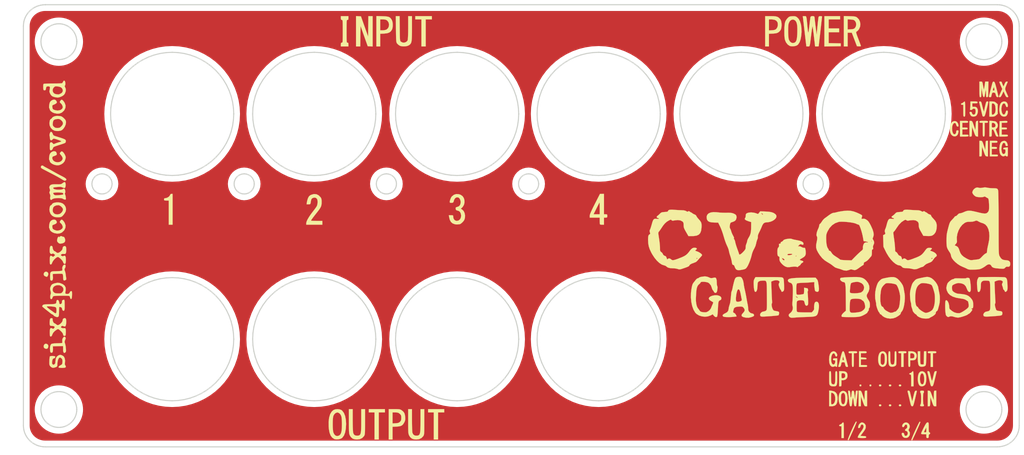
<source format=kicad_pcb>
(kicad_pcb (version 20171130) (host pcbnew "(5.1.12)-1")
  (layers (0 F.Cu signal) (31 B.Cu signal) (34 B.Paste user) (35 F.Paste user) (36 B.SilkS user) (37 F.SilkS user) (38 B.Mask user) (39 F.Mask user) (44 Edge.Cuts user))
  (net 0 "")
  (module LOGO (layer F.Cu) (at 0 0)
    (fp_text reference G*** hide)
    (fp_text value LOGO hide)
  )
  (module LOGO (layer F.Cu) (at 0 0)
    (fp_text reference G*** hide)
    (fp_text value LOGO hide)
  )
  (gr_line (start -40.13291 -16.599) (end -40.14074 -16.44086) (layer Edge.Cuts) (width 0.1))
  (gr_line (start -40.14074 -16.44086) (end -40.16394 -16.2854) (layer Edge.Cuts) (width 0.1))
  (gr_line (start -40.16394 -16.2854) (end -40.20208 -16.13366) (layer Edge.Cuts) (width 0.1))
  (gr_line (start -40.20208 -16.13366) (end -40.25471 -15.98671) (layer Edge.Cuts) (width 0.1))
  (gr_line (start -40.25471 -15.98671) (end -40.32141 -15.84558) (layer Edge.Cuts) (width 0.1))
  (gr_line (start -40.32141 -15.84558) (end -40.40175 -15.71132) (layer Edge.Cuts) (width 0.1))
  (gr_line (start -40.40175 -15.71132) (end -40.49528 -15.58499) (layer Edge.Cuts) (width 0.1))
  (gr_line (start -40.49528 -15.58499) (end -40.60157 -15.46763) (layer Edge.Cuts) (width 0.1))
  (gr_line (start -40.60157 -15.46763) (end -40.71893 -15.36134) (layer Edge.Cuts) (width 0.1))
  (gr_line (start -40.71893 -15.36134) (end -40.84527 -15.26782) (layer Edge.Cuts) (width 0.1))
  (gr_line (start -40.84527 -15.26782) (end -40.97954 -15.18749) (layer Edge.Cuts) (width 0.1))
  (gr_line (start -40.97954 -15.18749) (end -41.12068 -15.12079) (layer Edge.Cuts) (width 0.1))
  (gr_line (start -41.12068 -15.12079) (end -41.26764 -15.06816) (layer Edge.Cuts) (width 0.1))
  (gr_line (start -41.26764 -15.06816) (end -41.41938 -15.03003) (layer Edge.Cuts) (width 0.1))
  (gr_line (start -41.41938 -15.03003) (end -41.57485 -15.00683) (layer Edge.Cuts) (width 0.1))
  (gr_line (start -41.57485 -15.00683) (end -41.733 -14.999) (layer Edge.Cuts) (width 0.1))
  (gr_line (start -41.733 -14.999) (end -41.89115 -15.00683) (layer Edge.Cuts) (width 0.1))
  (gr_line (start -41.89115 -15.00683) (end -42.04662 -15.03003) (layer Edge.Cuts) (width 0.1))
  (gr_line (start -42.04662 -15.03003) (end -42.19837 -15.06816) (layer Edge.Cuts) (width 0.1))
  (gr_line (start -42.19837 -15.06816) (end -42.34533 -15.12079) (layer Edge.Cuts) (width 0.1))
  (gr_line (start -42.34533 -15.12079) (end -42.48647 -15.18749) (layer Edge.Cuts) (width 0.1))
  (gr_line (start -42.48647 -15.18749) (end -42.62073 -15.26782) (layer Edge.Cuts) (width 0.1))
  (gr_line (start -42.62073 -15.26782) (end -42.74707 -15.36134) (layer Edge.Cuts) (width 0.1))
  (gr_line (start -42.74707 -15.36134) (end -42.86444 -15.46763) (layer Edge.Cuts) (width 0.1))
  (gr_line (start -42.86444 -15.46763) (end -42.97073 -15.58499) (layer Edge.Cuts) (width 0.1))
  (gr_line (start -42.97073 -15.58499) (end -43.06426 -15.71132) (layer Edge.Cuts) (width 0.1))
  (gr_line (start -43.06426 -15.71132) (end -43.14459 -15.84558) (layer Edge.Cuts) (width 0.1))
  (gr_line (start -43.14459 -15.84558) (end -43.21129 -15.98671) (layer Edge.Cuts) (width 0.1))
  (gr_line (start -43.21129 -15.98671) (end -43.26393 -16.13366) (layer Edge.Cuts) (width 0.1))
  (gr_line (start -43.26393 -16.13366) (end -43.30206 -16.2854) (layer Edge.Cuts) (width 0.1))
  (gr_line (start -43.30206 -16.2854) (end -43.32526 -16.44086) (layer Edge.Cuts) (width 0.1))
  (gr_line (start -43.32526 -16.44086) (end -43.33309 -16.599) (layer Edge.Cuts) (width 0.1))
  (gr_line (start -43.33309 -16.599) (end -43.32526 -16.75714) (layer Edge.Cuts) (width 0.1))
  (gr_line (start -43.32526 -16.75714) (end -43.30206 -16.9126) (layer Edge.Cuts) (width 0.1))
  (gr_line (start -43.30206 -16.9126) (end -43.26393 -17.06434) (layer Edge.Cuts) (width 0.1))
  (gr_line (start -43.26393 -17.06434) (end -43.21129 -17.21129) (layer Edge.Cuts) (width 0.1))
  (gr_line (start -43.21129 -17.21129) (end -43.14459 -17.35242) (layer Edge.Cuts) (width 0.1))
  (gr_line (start -43.14459 -17.35242) (end -43.06426 -17.48668) (layer Edge.Cuts) (width 0.1))
  (gr_line (start -43.06426 -17.48668) (end -42.97073 -17.61301) (layer Edge.Cuts) (width 0.1))
  (gr_line (start -42.97073 -17.61301) (end -42.86444 -17.73037) (layer Edge.Cuts) (width 0.1))
  (gr_line (start -42.86444 -17.73037) (end -42.74707 -17.83666) (layer Edge.Cuts) (width 0.1))
  (gr_line (start -42.74707 -17.83666) (end -42.62073 -17.93018) (layer Edge.Cuts) (width 0.1))
  (gr_line (start -42.62073 -17.93018) (end -42.48647 -18.01051) (layer Edge.Cuts) (width 0.1))
  (gr_line (start -42.48647 -18.01051) (end -42.34533 -18.07721) (layer Edge.Cuts) (width 0.1))
  (gr_line (start -42.34533 -18.07721) (end -42.19837 -18.12984) (layer Edge.Cuts) (width 0.1))
  (gr_line (start -42.19837 -18.12984) (end -42.04662 -18.16797) (layer Edge.Cuts) (width 0.1))
  (gr_line (start -42.04662 -18.16797) (end -41.89115 -18.19117) (layer Edge.Cuts) (width 0.1))
  (gr_line (start -41.89115 -18.19117) (end -41.733 -18.199) (layer Edge.Cuts) (width 0.1))
  (gr_line (start -41.733 -18.199) (end -41.57485 -18.19117) (layer Edge.Cuts) (width 0.1))
  (gr_line (start -41.57485 -18.19117) (end -41.41938 -18.16797) (layer Edge.Cuts) (width 0.1))
  (gr_line (start -41.41938 -18.16797) (end -41.26764 -18.12984) (layer Edge.Cuts) (width 0.1))
  (gr_line (start -41.26764 -18.12984) (end -41.12068 -18.07721) (layer Edge.Cuts) (width 0.1))
  (gr_line (start -41.12068 -18.07721) (end -40.97954 -18.01051) (layer Edge.Cuts) (width 0.1))
  (gr_line (start -40.97954 -18.01051) (end -40.84527 -17.93018) (layer Edge.Cuts) (width 0.1))
  (gr_line (start -40.84527 -17.93018) (end -40.71893 -17.83666) (layer Edge.Cuts) (width 0.1))
  (gr_line (start -40.71893 -17.83666) (end -40.60157 -17.73037) (layer Edge.Cuts) (width 0.1))
  (gr_line (start -40.60157 -17.73037) (end -40.49528 -17.61301) (layer Edge.Cuts) (width 0.1))
  (gr_line (start -40.49528 -17.61301) (end -40.40175 -17.48668) (layer Edge.Cuts) (width 0.1))
  (gr_line (start -40.40175 -17.48668) (end -40.32141 -17.35242) (layer Edge.Cuts) (width 0.1))
  (gr_line (start -40.32141 -17.35242) (end -40.25471 -17.21129) (layer Edge.Cuts) (width 0.1))
  (gr_line (start -40.25471 -17.21129) (end -40.20208 -17.06434) (layer Edge.Cuts) (width 0.1))
  (gr_line (start -40.20208 -17.06434) (end -40.16394 -16.9126) (layer Edge.Cuts) (width 0.1))
  (gr_line (start -40.16394 -16.9126) (end -40.14074 -16.75714) (layer Edge.Cuts) (width 0.1))
  (gr_line (start -40.14074 -16.75714) (end -40.13291 -16.599) (layer Edge.Cuts) (width 0.1))
  (gr_line (start -40.13291 -16.599) (end -40.13291 -16.599) (layer Edge.Cuts) (width 0.1))
  (gr_line (start -40.13291 -16.599) (end -40.13291 -16.599) (layer Edge.Cuts) (width 0.1))
  (gr_line (start 42.473 -16.599) (end 42.4652 -16.44086) (layer Edge.Cuts) (width 0.1))
  (gr_line (start 42.4652 -16.44086) (end 42.442 -16.2854) (layer Edge.Cuts) (width 0.1))
  (gr_line (start 42.442 -16.2854) (end 42.4038 -16.13366) (layer Edge.Cuts) (width 0.1))
  (gr_line (start 42.4038 -16.13366) (end 42.3512 -15.98671) (layer Edge.Cuts) (width 0.1))
  (gr_line (start 42.3512 -15.98671) (end 42.2845 -15.84558) (layer Edge.Cuts) (width 0.1))
  (gr_line (start 42.2845 -15.84558) (end 42.2042 -15.71132) (layer Edge.Cuts) (width 0.1))
  (gr_line (start 42.2042 -15.71132) (end 42.1106 -15.58499) (layer Edge.Cuts) (width 0.1))
  (gr_line (start 42.1106 -15.58499) (end 42.0043 -15.46763) (layer Edge.Cuts) (width 0.1))
  (gr_line (start 42.0043 -15.46763) (end 41.887 -15.36134) (layer Edge.Cuts) (width 0.1))
  (gr_line (start 41.887 -15.36134) (end 41.7606 -15.26782) (layer Edge.Cuts) (width 0.1))
  (gr_line (start 41.7606 -15.26782) (end 41.6264 -15.18749) (layer Edge.Cuts) (width 0.1))
  (gr_line (start 41.6264 -15.18749) (end 41.4852 -15.12079) (layer Edge.Cuts) (width 0.1))
  (gr_line (start 41.4852 -15.12079) (end 41.3383 -15.06816) (layer Edge.Cuts) (width 0.1))
  (gr_line (start 41.3383 -15.06816) (end 41.1865 -15.03003) (layer Edge.Cuts) (width 0.1))
  (gr_line (start 41.1865 -15.03003) (end 41.031 -15.00683) (layer Edge.Cuts) (width 0.1))
  (gr_line (start 41.031 -15.00683) (end 40.8729 -14.999) (layer Edge.Cuts) (width 0.1))
  (gr_line (start 40.8729 -14.999) (end 40.7147 -15.00683) (layer Edge.Cuts) (width 0.1))
  (gr_line (start 40.7147 -15.00683) (end 40.5593 -15.03003) (layer Edge.Cuts) (width 0.1))
  (gr_line (start 40.5593 -15.03003) (end 40.4075 -15.06816) (layer Edge.Cuts) (width 0.1))
  (gr_line (start 40.4075 -15.06816) (end 40.2606 -15.12079) (layer Edge.Cuts) (width 0.1))
  (gr_line (start 40.2606 -15.12079) (end 40.1194 -15.18749) (layer Edge.Cuts) (width 0.1))
  (gr_line (start 40.1194 -15.18749) (end 39.9852 -15.26782) (layer Edge.Cuts) (width 0.1))
  (gr_line (start 39.9852 -15.26782) (end 39.8588 -15.36134) (layer Edge.Cuts) (width 0.1))
  (gr_line (start 39.8588 -15.36134) (end 39.7415 -15.46763) (layer Edge.Cuts) (width 0.1))
  (gr_line (start 39.7415 -15.46763) (end 39.6352 -15.58499) (layer Edge.Cuts) (width 0.1))
  (gr_line (start 39.6352 -15.58499) (end 39.5416 -15.71132) (layer Edge.Cuts) (width 0.1))
  (gr_line (start 39.5416 -15.71132) (end 39.4613 -15.84558) (layer Edge.Cuts) (width 0.1))
  (gr_line (start 39.4613 -15.84558) (end 39.3946 -15.98671) (layer Edge.Cuts) (width 0.1))
  (gr_line (start 39.3946 -15.98671) (end 39.342 -16.13366) (layer Edge.Cuts) (width 0.1))
  (gr_line (start 39.342 -16.13366) (end 39.3038 -16.2854) (layer Edge.Cuts) (width 0.1))
  (gr_line (start 39.3038 -16.2854) (end 39.2806 -16.44086) (layer Edge.Cuts) (width 0.1))
  (gr_line (start 39.2806 -16.44086) (end 39.2728 -16.599) (layer Edge.Cuts) (width 0.1))
  (gr_line (start 39.2728 -16.599) (end 39.2806 -16.75714) (layer Edge.Cuts) (width 0.1))
  (gr_line (start 39.2806 -16.75714) (end 39.3038 -16.9126) (layer Edge.Cuts) (width 0.1))
  (gr_line (start 39.3038 -16.9126) (end 39.342 -17.06434) (layer Edge.Cuts) (width 0.1))
  (gr_line (start 39.342 -17.06434) (end 39.3946 -17.21129) (layer Edge.Cuts) (width 0.1))
  (gr_line (start 39.3946 -17.21129) (end 39.4613 -17.35242) (layer Edge.Cuts) (width 0.1))
  (gr_line (start 39.4613 -17.35242) (end 39.5416 -17.48668) (layer Edge.Cuts) (width 0.1))
  (gr_line (start 39.5416 -17.48668) (end 39.6352 -17.61301) (layer Edge.Cuts) (width 0.1))
  (gr_line (start 39.6352 -17.61301) (end 39.7415 -17.73037) (layer Edge.Cuts) (width 0.1))
  (gr_line (start 39.7415 -17.73037) (end 39.8588 -17.83666) (layer Edge.Cuts) (width 0.1))
  (gr_line (start 39.8588 -17.83666) (end 39.9852 -17.93018) (layer Edge.Cuts) (width 0.1))
  (gr_line (start 39.9852 -17.93018) (end 40.1194 -18.01051) (layer Edge.Cuts) (width 0.1))
  (gr_line (start 40.1194 -18.01051) (end 40.2606 -18.07721) (layer Edge.Cuts) (width 0.1))
  (gr_line (start 40.2606 -18.07721) (end 40.4075 -18.12984) (layer Edge.Cuts) (width 0.1))
  (gr_line (start 40.4075 -18.12984) (end 40.5593 -18.16797) (layer Edge.Cuts) (width 0.1))
  (gr_line (start 40.5593 -18.16797) (end 40.7147 -18.19117) (layer Edge.Cuts) (width 0.1))
  (gr_line (start 40.7147 -18.19117) (end 40.8729 -18.199) (layer Edge.Cuts) (width 0.1))
  (gr_line (start 40.8729 -18.199) (end 41.031 -18.19117) (layer Edge.Cuts) (width 0.1))
  (gr_line (start 41.031 -18.19117) (end 41.1865 -18.16797) (layer Edge.Cuts) (width 0.1))
  (gr_line (start 41.1865 -18.16797) (end 41.3383 -18.12984) (layer Edge.Cuts) (width 0.1))
  (gr_line (start 41.3383 -18.12984) (end 41.4852 -18.07721) (layer Edge.Cuts) (width 0.1))
  (gr_line (start 41.4852 -18.07721) (end 41.6264 -18.01051) (layer Edge.Cuts) (width 0.1))
  (gr_line (start 41.6264 -18.01051) (end 41.7606 -17.93018) (layer Edge.Cuts) (width 0.1))
  (gr_line (start 41.7606 -17.93018) (end 41.887 -17.83666) (layer Edge.Cuts) (width 0.1))
  (gr_line (start 41.887 -17.83666) (end 42.0043 -17.73037) (layer Edge.Cuts) (width 0.1))
  (gr_line (start 42.0043 -17.73037) (end 42.1106 -17.61301) (layer Edge.Cuts) (width 0.1))
  (gr_line (start 42.1106 -17.61301) (end 42.2042 -17.48668) (layer Edge.Cuts) (width 0.1))
  (gr_line (start 42.2042 -17.48668) (end 42.2845 -17.35242) (layer Edge.Cuts) (width 0.1))
  (gr_line (start 42.2845 -17.35242) (end 42.3512 -17.21129) (layer Edge.Cuts) (width 0.1))
  (gr_line (start 42.3512 -17.21129) (end 42.4038 -17.06434) (layer Edge.Cuts) (width 0.1))
  (gr_line (start 42.4038 -17.06434) (end 42.442 -16.9126) (layer Edge.Cuts) (width 0.1))
  (gr_line (start 42.442 -16.9126) (end 42.4652 -16.75714) (layer Edge.Cuts) (width 0.1))
  (gr_line (start 42.4652 -16.75714) (end 42.473 -16.599) (layer Edge.Cuts) (width 0.1))
  (gr_line (start 42.473 -16.599) (end 42.473 -16.599) (layer Edge.Cuts) (width 0.1))
  (gr_line (start 42.473 -16.599) (end 42.473 -16.599) (layer Edge.Cuts) (width 0.1))
  (gr_line (start -40.13291 16.2482) (end -40.14074 16.4063) (layer Edge.Cuts) (width 0.1))
  (gr_line (start -40.14074 16.4063) (end -40.16394 16.5618) (layer Edge.Cuts) (width 0.1))
  (gr_line (start -40.16394 16.5618) (end -40.20208 16.7135) (layer Edge.Cuts) (width 0.1))
  (gr_line (start -40.20208 16.7135) (end -40.25471 16.8605) (layer Edge.Cuts) (width 0.1))
  (gr_line (start -40.25471 16.8605) (end -40.32141 17.0016) (layer Edge.Cuts) (width 0.1))
  (gr_line (start -40.32141 17.0016) (end -40.40175 17.1359) (layer Edge.Cuts) (width 0.1))
  (gr_line (start -40.40175 17.1359) (end -40.49528 17.2622) (layer Edge.Cuts) (width 0.1))
  (gr_line (start -40.49528 17.2622) (end -40.60157 17.3796) (layer Edge.Cuts) (width 0.1))
  (gr_line (start -40.60157 17.3796) (end -40.71893 17.4859) (layer Edge.Cuts) (width 0.1))
  (gr_line (start -40.71893 17.4859) (end -40.84527 17.5794) (layer Edge.Cuts) (width 0.1))
  (gr_line (start -40.84527 17.5794) (end -40.97954 17.6597) (layer Edge.Cuts) (width 0.1))
  (gr_line (start -40.97954 17.6597) (end -41.12068 17.7264) (layer Edge.Cuts) (width 0.1))
  (gr_line (start -41.12068 17.7264) (end -41.26764 17.779) (layer Edge.Cuts) (width 0.1))
  (gr_line (start -41.26764 17.779) (end -41.41938 17.8172) (layer Edge.Cuts) (width 0.1))
  (gr_line (start -41.41938 17.8172) (end -41.57485 17.8404) (layer Edge.Cuts) (width 0.1))
  (gr_line (start -41.57485 17.8404) (end -41.733 17.8482) (layer Edge.Cuts) (width 0.1))
  (gr_line (start -41.733 17.8482) (end -41.89115 17.8404) (layer Edge.Cuts) (width 0.1))
  (gr_line (start -41.89115 17.8404) (end -42.04662 17.8172) (layer Edge.Cuts) (width 0.1))
  (gr_line (start -42.04662 17.8172) (end -42.19837 17.779) (layer Edge.Cuts) (width 0.1))
  (gr_line (start -42.19837 17.779) (end -42.34533 17.7264) (layer Edge.Cuts) (width 0.1))
  (gr_line (start -42.34533 17.7264) (end -42.48647 17.6597) (layer Edge.Cuts) (width 0.1))
  (gr_line (start -42.48647 17.6597) (end -42.62073 17.5794) (layer Edge.Cuts) (width 0.1))
  (gr_line (start -42.62073 17.5794) (end -42.74707 17.4859) (layer Edge.Cuts) (width 0.1))
  (gr_line (start -42.74707 17.4859) (end -42.86444 17.3796) (layer Edge.Cuts) (width 0.1))
  (gr_line (start -42.86444 17.3796) (end -42.97073 17.2622) (layer Edge.Cuts) (width 0.1))
  (gr_line (start -42.97073 17.2622) (end -43.06426 17.1359) (layer Edge.Cuts) (width 0.1))
  (gr_line (start -43.06426 17.1359) (end -43.14459 17.0016) (layer Edge.Cuts) (width 0.1))
  (gr_line (start -43.14459 17.0016) (end -43.21129 16.8605) (layer Edge.Cuts) (width 0.1))
  (gr_line (start -43.21129 16.8605) (end -43.26393 16.7135) (layer Edge.Cuts) (width 0.1))
  (gr_line (start -43.26393 16.7135) (end -43.30206 16.5618) (layer Edge.Cuts) (width 0.1))
  (gr_line (start -43.30206 16.5618) (end -43.32526 16.4063) (layer Edge.Cuts) (width 0.1))
  (gr_line (start -43.32526 16.4063) (end -43.33309 16.2482) (layer Edge.Cuts) (width 0.1))
  (gr_line (start -43.33309 16.2482) (end -43.32483 16.0846) (layer Edge.Cuts) (width 0.1))
  (gr_line (start -43.32483 16.0846) (end -43.30058 15.9257) (layer Edge.Cuts) (width 0.1))
  (gr_line (start -43.30058 15.9257) (end -43.26116 15.7724) (layer Edge.Cuts) (width 0.1))
  (gr_line (start -43.26116 15.7724) (end -43.20735 15.6254) (layer Edge.Cuts) (width 0.1))
  (gr_line (start -43.20735 15.6254) (end -43.13997 15.4855) (layer Edge.Cuts) (width 0.1))
  (gr_line (start -43.13997 15.4855) (end -43.05982 15.3536) (layer Edge.Cuts) (width 0.1))
  (gr_line (start -43.05982 15.3536) (end -42.86444 15.1168) (layer Edge.Cuts) (width 0.1))
  (gr_line (start -42.86444 15.1168) (end -42.62763 14.9215) (layer Edge.Cuts) (width 0.1))
  (gr_line (start -42.62763 14.9215) (end -42.4957 14.8413) (layer Edge.Cuts) (width 0.1))
  (gr_line (start -42.4957 14.8413) (end -42.35583 14.7739) (layer Edge.Cuts) (width 0.1))
  (gr_line (start -42.35583 14.7739) (end -42.20882 14.7201) (layer Edge.Cuts) (width 0.1))
  (gr_line (start -42.20882 14.7201) (end -42.05548 14.6807) (layer Edge.Cuts) (width 0.1))
  (gr_line (start -42.05548 14.6807) (end -41.8966 14.6565) (layer Edge.Cuts) (width 0.1))
  (gr_line (start -41.8966 14.6565) (end -41.733 14.6482) (layer Edge.Cuts) (width 0.1))
  (gr_line (start -41.733 14.6482) (end -41.5694 14.6565) (layer Edge.Cuts) (width 0.1))
  (gr_line (start -41.5694 14.6565) (end -41.41053 14.6807) (layer Edge.Cuts) (width 0.1))
  (gr_line (start -41.41053 14.6807) (end -41.25719 14.7201) (layer Edge.Cuts) (width 0.1))
  (gr_line (start -41.25719 14.7201) (end -41.11018 14.7739) (layer Edge.Cuts) (width 0.1))
  (gr_line (start -41.11018 14.7739) (end -40.97031 14.8413) (layer Edge.Cuts) (width 0.1))
  (gr_line (start -40.97031 14.8413) (end -40.83838 14.9215) (layer Edge.Cuts) (width 0.1))
  (gr_line (start -40.83838 14.9215) (end -40.60157 15.1168) (layer Edge.Cuts) (width 0.1))
  (gr_line (start -40.60157 15.1168) (end -40.40618 15.3536) (layer Edge.Cuts) (width 0.1))
  (gr_line (start -40.40618 15.3536) (end -40.32604 15.4855) (layer Edge.Cuts) (width 0.1))
  (gr_line (start -40.32604 15.4855) (end -40.25866 15.6254) (layer Edge.Cuts) (width 0.1))
  (gr_line (start -40.25866 15.6254) (end -40.20485 15.7724) (layer Edge.Cuts) (width 0.1))
  (gr_line (start -40.20485 15.7724) (end -40.16542 15.9257) (layer Edge.Cuts) (width 0.1))
  (gr_line (start -40.16542 15.9257) (end -40.14117 16.0846) (layer Edge.Cuts) (width 0.1))
  (gr_line (start -40.14117 16.0846) (end -40.13291 16.2482) (layer Edge.Cuts) (width 0.1))
  (gr_line (start -40.13291 16.2482) (end -40.13291 16.2482) (layer Edge.Cuts) (width 0.1))
  (gr_line (start -40.13291 16.2482) (end -40.13291 16.2482) (layer Edge.Cuts) (width 0.1))
  (gr_line (start 42.473 16.2482) (end 42.4652 16.4063) (layer Edge.Cuts) (width 0.1))
  (gr_line (start 42.4652 16.4063) (end 42.442 16.5618) (layer Edge.Cuts) (width 0.1))
  (gr_line (start 42.442 16.5618) (end 42.4038 16.7135) (layer Edge.Cuts) (width 0.1))
  (gr_line (start 42.4038 16.7135) (end 42.3512 16.8605) (layer Edge.Cuts) (width 0.1))
  (gr_line (start 42.3512 16.8605) (end 42.2845 17.0016) (layer Edge.Cuts) (width 0.1))
  (gr_line (start 42.2845 17.0016) (end 42.2042 17.1359) (layer Edge.Cuts) (width 0.1))
  (gr_line (start 42.2042 17.1359) (end 42.1106 17.2622) (layer Edge.Cuts) (width 0.1))
  (gr_line (start 42.1106 17.2622) (end 42.0043 17.3796) (layer Edge.Cuts) (width 0.1))
  (gr_line (start 42.0043 17.3796) (end 41.887 17.4859) (layer Edge.Cuts) (width 0.1))
  (gr_line (start 41.887 17.4859) (end 41.7606 17.5794) (layer Edge.Cuts) (width 0.1))
  (gr_line (start 41.7606 17.5794) (end 41.6264 17.6597) (layer Edge.Cuts) (width 0.1))
  (gr_line (start 41.6264 17.6597) (end 41.4852 17.7264) (layer Edge.Cuts) (width 0.1))
  (gr_line (start 41.4852 17.7264) (end 41.3383 17.779) (layer Edge.Cuts) (width 0.1))
  (gr_line (start 41.3383 17.779) (end 41.1865 17.8172) (layer Edge.Cuts) (width 0.1))
  (gr_line (start 41.1865 17.8172) (end 41.031 17.8404) (layer Edge.Cuts) (width 0.1))
  (gr_line (start 41.031 17.8404) (end 40.8729 17.8482) (layer Edge.Cuts) (width 0.1))
  (gr_line (start 40.8729 17.8482) (end 40.7147 17.8404) (layer Edge.Cuts) (width 0.1))
  (gr_line (start 40.7147 17.8404) (end 40.5593 17.8172) (layer Edge.Cuts) (width 0.1))
  (gr_line (start 40.5593 17.8172) (end 40.4075 17.779) (layer Edge.Cuts) (width 0.1))
  (gr_line (start 40.4075 17.779) (end 40.2606 17.7264) (layer Edge.Cuts) (width 0.1))
  (gr_line (start 40.2606 17.7264) (end 40.1194 17.6597) (layer Edge.Cuts) (width 0.1))
  (gr_line (start 40.1194 17.6597) (end 39.9852 17.5794) (layer Edge.Cuts) (width 0.1))
  (gr_line (start 39.9852 17.5794) (end 39.8588 17.4859) (layer Edge.Cuts) (width 0.1))
  (gr_line (start 39.8588 17.4859) (end 39.7415 17.3796) (layer Edge.Cuts) (width 0.1))
  (gr_line (start 39.7415 17.3796) (end 39.6352 17.2622) (layer Edge.Cuts) (width 0.1))
  (gr_line (start 39.6352 17.2622) (end 39.5416 17.1359) (layer Edge.Cuts) (width 0.1))
  (gr_line (start 39.5416 17.1359) (end 39.4613 17.0016) (layer Edge.Cuts) (width 0.1))
  (gr_line (start 39.4613 17.0016) (end 39.3946 16.8605) (layer Edge.Cuts) (width 0.1))
  (gr_line (start 39.3946 16.8605) (end 39.342 16.7135) (layer Edge.Cuts) (width 0.1))
  (gr_line (start 39.342 16.7135) (end 39.3038 16.5618) (layer Edge.Cuts) (width 0.1))
  (gr_line (start 39.3038 16.5618) (end 39.2806 16.4063) (layer Edge.Cuts) (width 0.1))
  (gr_line (start 39.2806 16.4063) (end 39.2728 16.2482) (layer Edge.Cuts) (width 0.1))
  (gr_line (start 39.2728 16.2482) (end 39.2811 16.0846) (layer Edge.Cuts) (width 0.1))
  (gr_line (start 39.2811 16.0846) (end 39.3053 15.9257) (layer Edge.Cuts) (width 0.1))
  (gr_line (start 39.3053 15.9257) (end 39.3447 15.7724) (layer Edge.Cuts) (width 0.1))
  (gr_line (start 39.3447 15.7724) (end 39.3985 15.6254) (layer Edge.Cuts) (width 0.1))
  (gr_line (start 39.3985 15.6254) (end 39.4659 15.4855) (layer Edge.Cuts) (width 0.1))
  (gr_line (start 39.4659 15.4855) (end 39.5461 15.3536) (layer Edge.Cuts) (width 0.1))
  (gr_line (start 39.5461 15.3536) (end 39.7415 15.1168) (layer Edge.Cuts) (width 0.1))
  (gr_line (start 39.7415 15.1168) (end 39.9783 14.9215) (layer Edge.Cuts) (width 0.1))
  (gr_line (start 39.9783 14.9215) (end 40.1102 14.8413) (layer Edge.Cuts) (width 0.1))
  (gr_line (start 40.1102 14.8413) (end 40.2501 14.7739) (layer Edge.Cuts) (width 0.1))
  (gr_line (start 40.2501 14.7739) (end 40.3971 14.7201) (layer Edge.Cuts) (width 0.1))
  (gr_line (start 40.3971 14.7201) (end 40.5504 14.6807) (layer Edge.Cuts) (width 0.1))
  (gr_line (start 40.5504 14.6807) (end 40.7093 14.6565) (layer Edge.Cuts) (width 0.1))
  (gr_line (start 40.7093 14.6565) (end 40.8729 14.6482) (layer Edge.Cuts) (width 0.1))
  (gr_line (start 40.8729 14.6482) (end 41.0365 14.6565) (layer Edge.Cuts) (width 0.1))
  (gr_line (start 41.0365 14.6565) (end 41.1954 14.6807) (layer Edge.Cuts) (width 0.1))
  (gr_line (start 41.1954 14.6807) (end 41.3487 14.7201) (layer Edge.Cuts) (width 0.1))
  (gr_line (start 41.3487 14.7201) (end 41.4957 14.7739) (layer Edge.Cuts) (width 0.1))
  (gr_line (start 41.4957 14.7739) (end 41.6356 14.8413) (layer Edge.Cuts) (width 0.1))
  (gr_line (start 41.6356 14.8413) (end 41.7675 14.9215) (layer Edge.Cuts) (width 0.1))
  (gr_line (start 41.7675 14.9215) (end 42.0043 15.1168) (layer Edge.Cuts) (width 0.1))
  (gr_line (start 42.0043 15.1168) (end 42.1997 15.3536) (layer Edge.Cuts) (width 0.1))
  (gr_line (start 42.1997 15.3536) (end 42.2799 15.4855) (layer Edge.Cuts) (width 0.1))
  (gr_line (start 42.2799 15.4855) (end 42.3472 15.6254) (layer Edge.Cuts) (width 0.1))
  (gr_line (start 42.3472 15.6254) (end 42.401 15.7724) (layer Edge.Cuts) (width 0.1))
  (gr_line (start 42.401 15.7724) (end 42.4405 15.9257) (layer Edge.Cuts) (width 0.1))
  (gr_line (start 42.4405 15.9257) (end 42.4647 16.0846) (layer Edge.Cuts) (width 0.1))
  (gr_line (start 42.4647 16.0846) (end 42.473 16.2482) (layer Edge.Cuts) (width 0.1))
  (gr_line (start 42.473 16.2482) (end 42.473 16.2482) (layer Edge.Cuts) (width 0.1))
  (gr_line (start 42.473 16.2482) (end 42.473 16.2482) (layer Edge.Cuts) (width 0.1))
  (gr_line (start -24.284 -3.899) (end -24.3015 -3.7226) (layer Edge.Cuts) (width 0.1))
  (gr_line (start -24.3015 -3.7226) (end -24.3525 -3.5546) (layer Edge.Cuts) (width 0.1))
  (gr_line (start -24.3525 -3.5546) (end -24.4352 -3.3997) (layer Edge.Cuts) (width 0.1))
  (gr_line (start -24.4352 -3.3997) (end -24.5476 -3.2626) (layer Edge.Cuts) (width 0.1))
  (gr_line (start -24.5476 -3.2626) (end -24.6847 -3.1502) (layer Edge.Cuts) (width 0.1))
  (gr_line (start -24.6847 -3.1502) (end -24.8396 -3.0675) (layer Edge.Cuts) (width 0.1))
  (gr_line (start -24.8396 -3.0675) (end -25.0076 -3.0165) (layer Edge.Cuts) (width 0.1))
  (gr_line (start -25.0076 -3.0165) (end -25.184 -2.999) (layer Edge.Cuts) (width 0.1))
  (gr_line (start -25.184 -2.999) (end -25.3604 -3.0165) (layer Edge.Cuts) (width 0.1))
  (gr_line (start -25.3604 -3.0165) (end -25.5284 -3.0675) (layer Edge.Cuts) (width 0.1))
  (gr_line (start -25.5284 -3.0675) (end -25.6833 -3.1502) (layer Edge.Cuts) (width 0.1))
  (gr_line (start -25.6833 -3.1502) (end -25.8204 -3.2626) (layer Edge.Cuts) (width 0.1))
  (gr_line (start -25.8204 -3.2626) (end -25.9328 -3.3997) (layer Edge.Cuts) (width 0.1))
  (gr_line (start -25.9328 -3.3997) (end -26.0155 -3.5546) (layer Edge.Cuts) (width 0.1))
  (gr_line (start -26.0155 -3.5546) (end -26.0666 -3.7226) (layer Edge.Cuts) (width 0.1))
  (gr_line (start -26.0666 -3.7226) (end -26.084 -3.899) (layer Edge.Cuts) (width 0.1))
  (gr_line (start -26.084 -3.899) (end -26.0666 -4.0754) (layer Edge.Cuts) (width 0.1))
  (gr_line (start -26.0666 -4.0754) (end -26.0155 -4.2434) (layer Edge.Cuts) (width 0.1))
  (gr_line (start -26.0155 -4.2434) (end -25.9328 -4.3983) (layer Edge.Cuts) (width 0.1))
  (gr_line (start -25.9328 -4.3983) (end -25.8204 -4.5354) (layer Edge.Cuts) (width 0.1))
  (gr_line (start -25.8204 -4.5354) (end -25.6833 -4.6478) (layer Edge.Cuts) (width 0.1))
  (gr_line (start -25.6833 -4.6478) (end -25.5284 -4.7305) (layer Edge.Cuts) (width 0.1))
  (gr_line (start -25.5284 -4.7305) (end -25.3604 -4.7815) (layer Edge.Cuts) (width 0.1))
  (gr_line (start -25.3604 -4.7815) (end -25.184 -4.799) (layer Edge.Cuts) (width 0.1))
  (gr_line (start -25.184 -4.799) (end -25.0076 -4.7815) (layer Edge.Cuts) (width 0.1))
  (gr_line (start -25.0076 -4.7815) (end -24.8396 -4.7305) (layer Edge.Cuts) (width 0.1))
  (gr_line (start -24.8396 -4.7305) (end -24.6847 -4.6478) (layer Edge.Cuts) (width 0.1))
  (gr_line (start -24.6847 -4.6478) (end -24.5476 -4.5354) (layer Edge.Cuts) (width 0.1))
  (gr_line (start -24.5476 -4.5354) (end -24.4352 -4.3983) (layer Edge.Cuts) (width 0.1))
  (gr_line (start -24.4352 -4.3983) (end -24.3525 -4.2434) (layer Edge.Cuts) (width 0.1))
  (gr_line (start -24.3525 -4.2434) (end -24.3015 -4.0754) (layer Edge.Cuts) (width 0.1))
  (gr_line (start -24.3015 -4.0754) (end -24.284 -3.899) (layer Edge.Cuts) (width 0.1))
  (gr_line (start -24.284 -3.899) (end -24.284 -3.899) (layer Edge.Cuts) (width 0.1))
  (gr_line (start -24.284 -3.899) (end -24.284 -3.899) (layer Edge.Cuts) (width 0.1))
  (gr_line (start -11.586 -3.899) (end -11.6035 -3.7226) (layer Edge.Cuts) (width 0.1))
  (gr_line (start -11.6035 -3.7226) (end -11.6545 -3.5546) (layer Edge.Cuts) (width 0.1))
  (gr_line (start -11.6545 -3.5546) (end -11.7372 -3.3997) (layer Edge.Cuts) (width 0.1))
  (gr_line (start -11.7372 -3.3997) (end -11.8496 -3.2626) (layer Edge.Cuts) (width 0.1))
  (gr_line (start -11.8496 -3.2626) (end -11.9867 -3.1502) (layer Edge.Cuts) (width 0.1))
  (gr_line (start -11.9867 -3.1502) (end -12.1416 -3.0675) (layer Edge.Cuts) (width 0.1))
  (gr_line (start -12.1416 -3.0675) (end -12.3096 -3.0165) (layer Edge.Cuts) (width 0.1))
  (gr_line (start -12.3096 -3.0165) (end -12.486 -2.999) (layer Edge.Cuts) (width 0.1))
  (gr_line (start -12.486 -2.999) (end -12.6624 -3.0165) (layer Edge.Cuts) (width 0.1))
  (gr_line (start -12.6624 -3.0165) (end -12.8304 -3.0675) (layer Edge.Cuts) (width 0.1))
  (gr_line (start -12.8304 -3.0675) (end -12.9853 -3.1502) (layer Edge.Cuts) (width 0.1))
  (gr_line (start -12.9853 -3.1502) (end -13.1224 -3.2626) (layer Edge.Cuts) (width 0.1))
  (gr_line (start -13.1224 -3.2626) (end -13.2348 -3.3997) (layer Edge.Cuts) (width 0.1))
  (gr_line (start -13.2348 -3.3997) (end -13.3175 -3.5546) (layer Edge.Cuts) (width 0.1))
  (gr_line (start -13.3175 -3.5546) (end -13.3686 -3.7226) (layer Edge.Cuts) (width 0.1))
  (gr_line (start -13.3686 -3.7226) (end -13.386 -3.899) (layer Edge.Cuts) (width 0.1))
  (gr_line (start -13.386 -3.899) (end -13.3686 -4.0754) (layer Edge.Cuts) (width 0.1))
  (gr_line (start -13.3686 -4.0754) (end -13.3175 -4.2434) (layer Edge.Cuts) (width 0.1))
  (gr_line (start -13.3175 -4.2434) (end -13.2348 -4.3983) (layer Edge.Cuts) (width 0.1))
  (gr_line (start -13.2348 -4.3983) (end -13.1224 -4.5354) (layer Edge.Cuts) (width 0.1))
  (gr_line (start -13.1224 -4.5354) (end -12.9853 -4.6478) (layer Edge.Cuts) (width 0.1))
  (gr_line (start -12.9853 -4.6478) (end -12.8304 -4.7305) (layer Edge.Cuts) (width 0.1))
  (gr_line (start -12.8304 -4.7305) (end -12.6624 -4.7815) (layer Edge.Cuts) (width 0.1))
  (gr_line (start -12.6624 -4.7815) (end -12.486 -4.799) (layer Edge.Cuts) (width 0.1))
  (gr_line (start -12.486 -4.799) (end -12.3096 -4.7815) (layer Edge.Cuts) (width 0.1))
  (gr_line (start -12.3096 -4.7815) (end -12.1416 -4.7305) (layer Edge.Cuts) (width 0.1))
  (gr_line (start -12.1416 -4.7305) (end -11.9867 -4.6478) (layer Edge.Cuts) (width 0.1))
  (gr_line (start -11.9867 -4.6478) (end -11.8496 -4.5354) (layer Edge.Cuts) (width 0.1))
  (gr_line (start -11.8496 -4.5354) (end -11.7372 -4.3983) (layer Edge.Cuts) (width 0.1))
  (gr_line (start -11.7372 -4.3983) (end -11.6545 -4.2434) (layer Edge.Cuts) (width 0.1))
  (gr_line (start -11.6545 -4.2434) (end -11.6035 -4.0754) (layer Edge.Cuts) (width 0.1))
  (gr_line (start -11.6035 -4.0754) (end -11.586 -3.899) (layer Edge.Cuts) (width 0.1))
  (gr_line (start -11.586 -3.899) (end -11.586 -3.899) (layer Edge.Cuts) (width 0.1))
  (gr_line (start -11.586 -3.899) (end -11.586 -3.899) (layer Edge.Cuts) (width 0.1))
  (gr_line (start 1.112 -3.899) (end 1.0945 -3.7226) (layer Edge.Cuts) (width 0.1))
  (gr_line (start 1.0945 -3.7226) (end 1.0435 -3.5546) (layer Edge.Cuts) (width 0.1))
  (gr_line (start 1.0435 -3.5546) (end 0.9608 -3.3997) (layer Edge.Cuts) (width 0.1))
  (gr_line (start 0.9608 -3.3997) (end 0.8484 -3.2626) (layer Edge.Cuts) (width 0.1))
  (gr_line (start 0.8484 -3.2626) (end 0.7113 -3.1502) (layer Edge.Cuts) (width 0.1))
  (gr_line (start 0.7113 -3.1502) (end 0.5564 -3.0675) (layer Edge.Cuts) (width 0.1))
  (gr_line (start 0.5564 -3.0675) (end 0.3884 -3.0165) (layer Edge.Cuts) (width 0.1))
  (gr_line (start 0.3884 -3.0165) (end 0.212 -2.999) (layer Edge.Cuts) (width 0.1))
  (gr_line (start 0.212 -2.999) (end 0.0356 -3.0165) (layer Edge.Cuts) (width 0.1))
  (gr_line (start 0.0356 -3.0165) (end -0.1324 -3.0675) (layer Edge.Cuts) (width 0.1))
  (gr_line (start -0.1324 -3.0675) (end -0.2873 -3.1502) (layer Edge.Cuts) (width 0.1))
  (gr_line (start -0.2873 -3.1502) (end -0.4244 -3.2626) (layer Edge.Cuts) (width 0.1))
  (gr_line (start -0.4244 -3.2626) (end -0.5368 -3.3997) (layer Edge.Cuts) (width 0.1))
  (gr_line (start -0.5368 -3.3997) (end -0.6195 -3.5546) (layer Edge.Cuts) (width 0.1))
  (gr_line (start -0.6195 -3.5546) (end -0.6706 -3.7226) (layer Edge.Cuts) (width 0.1))
  (gr_line (start -0.6706 -3.7226) (end -0.688 -3.899) (layer Edge.Cuts) (width 0.1))
  (gr_line (start -0.688 -3.899) (end -0.6706 -4.0754) (layer Edge.Cuts) (width 0.1))
  (gr_line (start -0.6706 -4.0754) (end -0.6195 -4.2434) (layer Edge.Cuts) (width 0.1))
  (gr_line (start -0.6195 -4.2434) (end -0.5368 -4.3983) (layer Edge.Cuts) (width 0.1))
  (gr_line (start -0.5368 -4.3983) (end -0.4244 -4.5354) (layer Edge.Cuts) (width 0.1))
  (gr_line (start -0.4244 -4.5354) (end -0.2873 -4.6478) (layer Edge.Cuts) (width 0.1))
  (gr_line (start -0.2873 -4.6478) (end -0.1324 -4.7305) (layer Edge.Cuts) (width 0.1))
  (gr_line (start -0.1324 -4.7305) (end 0.0356 -4.7815) (layer Edge.Cuts) (width 0.1))
  (gr_line (start 0.0356 -4.7815) (end 0.212 -4.799) (layer Edge.Cuts) (width 0.1))
  (gr_line (start 0.212 -4.799) (end 0.3884 -4.7815) (layer Edge.Cuts) (width 0.1))
  (gr_line (start 0.3884 -4.7815) (end 0.5564 -4.7305) (layer Edge.Cuts) (width 0.1))
  (gr_line (start 0.5564 -4.7305) (end 0.7113 -4.6478) (layer Edge.Cuts) (width 0.1))
  (gr_line (start 0.7113 -4.6478) (end 0.8484 -4.5354) (layer Edge.Cuts) (width 0.1))
  (gr_line (start 0.8484 -4.5354) (end 0.9608 -4.3983) (layer Edge.Cuts) (width 0.1))
  (gr_line (start 0.9608 -4.3983) (end 1.0435 -4.2434) (layer Edge.Cuts) (width 0.1))
  (gr_line (start 1.0435 -4.2434) (end 1.0945 -4.0754) (layer Edge.Cuts) (width 0.1))
  (gr_line (start 1.0945 -4.0754) (end 1.112 -3.899) (layer Edge.Cuts) (width 0.1))
  (gr_line (start 1.112 -3.899) (end 1.112 -3.899) (layer Edge.Cuts) (width 0.1))
  (gr_line (start 1.112 -3.899) (end 1.112 -3.899) (layer Edge.Cuts) (width 0.1))
  (gr_line (start 26.5218 -3.899) (end 26.5043 -3.7226) (layer Edge.Cuts) (width 0.1))
  (gr_line (start 26.5043 -3.7226) (end 26.4533 -3.5546) (layer Edge.Cuts) (width 0.1))
  (gr_line (start 26.4533 -3.5546) (end 26.3706 -3.3997) (layer Edge.Cuts) (width 0.1))
  (gr_line (start 26.3706 -3.3997) (end 26.2582 -3.2626) (layer Edge.Cuts) (width 0.1))
  (gr_line (start 26.2582 -3.2626) (end 26.1211 -3.1502) (layer Edge.Cuts) (width 0.1))
  (gr_line (start 26.1211 -3.1502) (end 25.9662 -3.0675) (layer Edge.Cuts) (width 0.1))
  (gr_line (start 25.9662 -3.0675) (end 25.7982 -3.0165) (layer Edge.Cuts) (width 0.1))
  (gr_line (start 25.7982 -3.0165) (end 25.6218 -2.999) (layer Edge.Cuts) (width 0.1))
  (gr_line (start 25.6218 -2.999) (end 25.4454 -3.0165) (layer Edge.Cuts) (width 0.1))
  (gr_line (start 25.4454 -3.0165) (end 25.2774 -3.0675) (layer Edge.Cuts) (width 0.1))
  (gr_line (start 25.2774 -3.0675) (end 25.1225 -3.1502) (layer Edge.Cuts) (width 0.1))
  (gr_line (start 25.1225 -3.1502) (end 24.9854 -3.2626) (layer Edge.Cuts) (width 0.1))
  (gr_line (start 24.9854 -3.2626) (end 24.873 -3.3997) (layer Edge.Cuts) (width 0.1))
  (gr_line (start 24.873 -3.3997) (end 24.7903 -3.5546) (layer Edge.Cuts) (width 0.1))
  (gr_line (start 24.7903 -3.5546) (end 24.7392 -3.7226) (layer Edge.Cuts) (width 0.1))
  (gr_line (start 24.7392 -3.7226) (end 24.7218 -3.899) (layer Edge.Cuts) (width 0.1))
  (gr_line (start 24.7218 -3.899) (end 24.7392 -4.0754) (layer Edge.Cuts) (width 0.1))
  (gr_line (start 24.7392 -4.0754) (end 24.7903 -4.2434) (layer Edge.Cuts) (width 0.1))
  (gr_line (start 24.7903 -4.2434) (end 24.873 -4.3983) (layer Edge.Cuts) (width 0.1))
  (gr_line (start 24.873 -4.3983) (end 24.9854 -4.5354) (layer Edge.Cuts) (width 0.1))
  (gr_line (start 24.9854 -4.5354) (end 25.1225 -4.6478) (layer Edge.Cuts) (width 0.1))
  (gr_line (start 25.1225 -4.6478) (end 25.2774 -4.7305) (layer Edge.Cuts) (width 0.1))
  (gr_line (start 25.2774 -4.7305) (end 25.4454 -4.7815) (layer Edge.Cuts) (width 0.1))
  (gr_line (start 25.4454 -4.7815) (end 25.6218 -4.799) (layer Edge.Cuts) (width 0.1))
  (gr_line (start 25.6218 -4.799) (end 25.7982 -4.7815) (layer Edge.Cuts) (width 0.1))
  (gr_line (start 25.7982 -4.7815) (end 25.9662 -4.7305) (layer Edge.Cuts) (width 0.1))
  (gr_line (start 25.9662 -4.7305) (end 26.1211 -4.6478) (layer Edge.Cuts) (width 0.1))
  (gr_line (start 26.1211 -4.6478) (end 26.2582 -4.5354) (layer Edge.Cuts) (width 0.1))
  (gr_line (start 26.2582 -4.5354) (end 26.3706 -4.3983) (layer Edge.Cuts) (width 0.1))
  (gr_line (start 26.3706 -4.3983) (end 26.4533 -4.2434) (layer Edge.Cuts) (width 0.1))
  (gr_line (start 26.4533 -4.2434) (end 26.5043 -4.0754) (layer Edge.Cuts) (width 0.1))
  (gr_line (start 26.5043 -4.0754) (end 26.5218 -3.899) (layer Edge.Cuts) (width 0.1))
  (gr_line (start 26.5218 -3.899) (end 26.5218 -3.899) (layer Edge.Cuts) (width 0.1))
  (gr_line (start 26.5218 -3.899) (end 26.5218 -3.899) (layer Edge.Cuts) (width 0.1))
  (gr_line (start -36.982 -3.899) (end -36.99946 -3.7226) (layer Edge.Cuts) (width 0.1))
  (gr_line (start -36.99946 -3.7226) (end -37.05051 -3.5546) (layer Edge.Cuts) (width 0.1))
  (gr_line (start -37.05051 -3.5546) (end -37.13321 -3.3997) (layer Edge.Cuts) (width 0.1))
  (gr_line (start -37.13321 -3.3997) (end -37.24561 -3.2626) (layer Edge.Cuts) (width 0.1))
  (gr_line (start -37.24561 -3.2626) (end -37.38268 -3.1502) (layer Edge.Cuts) (width 0.1))
  (gr_line (start -37.38268 -3.1502) (end -37.53759 -3.0675) (layer Edge.Cuts) (width 0.1))
  (gr_line (start -37.53759 -3.0675) (end -37.7056 -3.0165) (layer Edge.Cuts) (width 0.1))
  (gr_line (start -37.7056 -3.0165) (end -37.882 -2.999) (layer Edge.Cuts) (width 0.1))
  (gr_line (start -37.882 -2.999) (end -38.0584 -3.0165) (layer Edge.Cuts) (width 0.1))
  (gr_line (start -38.0584 -3.0165) (end -38.22642 -3.0675) (layer Edge.Cuts) (width 0.1))
  (gr_line (start -38.22642 -3.0675) (end -38.38132 -3.1502) (layer Edge.Cuts) (width 0.1))
  (gr_line (start -38.38132 -3.1502) (end -38.5184 -3.2626) (layer Edge.Cuts) (width 0.1))
  (gr_line (start -38.5184 -3.2626) (end -38.63079 -3.3997) (layer Edge.Cuts) (width 0.1))
  (gr_line (start -38.63079 -3.3997) (end -38.71349 -3.5546) (layer Edge.Cuts) (width 0.1))
  (gr_line (start -38.71349 -3.5546) (end -38.76455 -3.7226) (layer Edge.Cuts) (width 0.1))
  (gr_line (start -38.76455 -3.7226) (end -38.782 -3.899) (layer Edge.Cuts) (width 0.1))
  (gr_line (start -38.782 -3.899) (end -38.76455 -4.0754) (layer Edge.Cuts) (width 0.1))
  (gr_line (start -38.76455 -4.0754) (end -38.71349 -4.2434) (layer Edge.Cuts) (width 0.1))
  (gr_line (start -38.71349 -4.2434) (end -38.63079 -4.3983) (layer Edge.Cuts) (width 0.1))
  (gr_line (start -38.63079 -4.3983) (end -38.5184 -4.5354) (layer Edge.Cuts) (width 0.1))
  (gr_line (start -38.5184 -4.5354) (end -38.38132 -4.6478) (layer Edge.Cuts) (width 0.1))
  (gr_line (start -38.38132 -4.6478) (end -38.22642 -4.7305) (layer Edge.Cuts) (width 0.1))
  (gr_line (start -38.22642 -4.7305) (end -38.0584 -4.7815) (layer Edge.Cuts) (width 0.1))
  (gr_line (start -38.0584 -4.7815) (end -37.882 -4.799) (layer Edge.Cuts) (width 0.1))
  (gr_line (start -37.882 -4.799) (end -37.7056 -4.7815) (layer Edge.Cuts) (width 0.1))
  (gr_line (start -37.7056 -4.7815) (end -37.53759 -4.7305) (layer Edge.Cuts) (width 0.1))
  (gr_line (start -37.53759 -4.7305) (end -37.38268 -4.6478) (layer Edge.Cuts) (width 0.1))
  (gr_line (start -37.38268 -4.6478) (end -37.24561 -4.5354) (layer Edge.Cuts) (width 0.1))
  (gr_line (start -37.24561 -4.5354) (end -37.13321 -4.3983) (layer Edge.Cuts) (width 0.1))
  (gr_line (start -37.13321 -4.3983) (end -37.05051 -4.2434) (layer Edge.Cuts) (width 0.1))
  (gr_line (start -37.05051 -4.2434) (end -36.99946 -4.0754) (layer Edge.Cuts) (width 0.1))
  (gr_line (start -36.99946 -4.0754) (end -36.982 -3.899) (layer Edge.Cuts) (width 0.1))
  (gr_line (start -36.982 -3.899) (end -36.982 -3.899) (layer Edge.Cuts) (width 0.1))
  (gr_line (start -36.982 -3.899) (end -36.982 -3.899) (layer Edge.Cuts) (width 0.1))
  (gr_line (start -26.1177 9.9682) (end -26.1446 10.5118) (layer Edge.Cuts) (width 0.1))
  (gr_line (start -26.1446 10.5118) (end -26.2244 11.0462) (layer Edge.Cuts) (width 0.1))
  (gr_line (start -26.2244 11.0462) (end -26.3554 11.5678) (layer Edge.Cuts) (width 0.1))
  (gr_line (start -26.3554 11.5678) (end -26.5364 12.073) (layer Edge.Cuts) (width 0.1))
  (gr_line (start -26.5364 12.073) (end -26.7656 12.5581) (layer Edge.Cuts) (width 0.1))
  (gr_line (start -26.7656 12.5581) (end -27.0418 13.0196) (layer Edge.Cuts) (width 0.1))
  (gr_line (start -27.0418 13.0196) (end -27.3633 13.4539) (layer Edge.Cuts) (width 0.1))
  (gr_line (start -27.3633 13.4539) (end -27.7286 13.8573) (layer Edge.Cuts) (width 0.1))
  (gr_line (start -27.7286 13.8573) (end -28.132 14.2226) (layer Edge.Cuts) (width 0.1))
  (gr_line (start -28.132 14.2226) (end -28.5663 14.5441) (layer Edge.Cuts) (width 0.1))
  (gr_line (start -28.5663 14.5441) (end -29.0278 14.8203) (layer Edge.Cuts) (width 0.1))
  (gr_line (start -29.0278 14.8203) (end -29.5129 15.0495) (layer Edge.Cuts) (width 0.1))
  (gr_line (start -29.5129 15.0495) (end -30.0181 15.2305) (layer Edge.Cuts) (width 0.1))
  (gr_line (start -30.0181 15.2305) (end -30.5397 15.3615) (layer Edge.Cuts) (width 0.1))
  (gr_line (start -30.5397 15.3615) (end -31.0741 15.4413) (layer Edge.Cuts) (width 0.1))
  (gr_line (start -31.0741 15.4413) (end -31.6177 15.4682) (layer Edge.Cuts) (width 0.1))
  (gr_line (start -31.6177 15.4682) (end -32.1613 15.4413) (layer Edge.Cuts) (width 0.1))
  (gr_line (start -32.1613 15.4413) (end -32.6957 15.3615) (layer Edge.Cuts) (width 0.1))
  (gr_line (start -32.6957 15.3615) (end -33.2173 15.2305) (layer Edge.Cuts) (width 0.1))
  (gr_line (start -33.2173 15.2305) (end -33.7225 15.0495) (layer Edge.Cuts) (width 0.1))
  (gr_line (start -33.7225 15.0495) (end -34.2076 14.8203) (layer Edge.Cuts) (width 0.1))
  (gr_line (start -34.2076 14.8203) (end -34.6691 14.5441) (layer Edge.Cuts) (width 0.1))
  (gr_line (start -34.6691 14.5441) (end -35.10337 14.2226) (layer Edge.Cuts) (width 0.1))
  (gr_line (start -35.10337 14.2226) (end -35.50679 13.8573) (layer Edge.Cuts) (width 0.1))
  (gr_line (start -35.50679 13.8573) (end -35.87215 13.4539) (layer Edge.Cuts) (width 0.1))
  (gr_line (start -35.87215 13.4539) (end -36.19364 13.0196) (layer Edge.Cuts) (width 0.1))
  (gr_line (start -36.19364 13.0196) (end -36.46977 12.5581) (layer Edge.Cuts) (width 0.1))
  (gr_line (start -36.46977 12.5581) (end -36.69904 12.073) (layer Edge.Cuts) (width 0.1))
  (gr_line (start -36.69904 12.073) (end -36.87996 11.5678) (layer Edge.Cuts) (width 0.1))
  (gr_line (start -36.87996 11.5678) (end -37.01105 11.0462) (layer Edge.Cuts) (width 0.1))
  (gr_line (start -37.01105 11.0462) (end -37.09079 10.5118) (layer Edge.Cuts) (width 0.1))
  (gr_line (start -37.09079 10.5118) (end -37.1177 9.9682) (layer Edge.Cuts) (width 0.1))
  (gr_line (start -37.1177 9.9682) (end -37.09079 9.4246) (layer Edge.Cuts) (width 0.1))
  (gr_line (start -37.09079 9.4246) (end -37.01105 8.8902) (layer Edge.Cuts) (width 0.1))
  (gr_line (start -37.01105 8.8902) (end -36.87996 8.3686) (layer Edge.Cuts) (width 0.1))
  (gr_line (start -36.87996 8.3686) (end -36.69904 7.8634) (layer Edge.Cuts) (width 0.1))
  (gr_line (start -36.69904 7.8634) (end -36.46977 7.3783) (layer Edge.Cuts) (width 0.1))
  (gr_line (start -36.46977 7.3783) (end -36.19364 6.9168) (layer Edge.Cuts) (width 0.1))
  (gr_line (start -36.19364 6.9168) (end -35.87215 6.4825) (layer Edge.Cuts) (width 0.1))
  (gr_line (start -35.87215 6.4825) (end -35.50679 6.0791) (layer Edge.Cuts) (width 0.1))
  (gr_line (start -35.50679 6.0791) (end -35.10337 5.7138) (layer Edge.Cuts) (width 0.1))
  (gr_line (start -35.10337 5.7138) (end -34.6691 5.3923) (layer Edge.Cuts) (width 0.1))
  (gr_line (start -34.6691 5.3923) (end -34.2076 5.1161) (layer Edge.Cuts) (width 0.1))
  (gr_line (start -34.2076 5.1161) (end -33.7225 4.8869) (layer Edge.Cuts) (width 0.1))
  (gr_line (start -33.7225 4.8869) (end -33.2173 4.7059) (layer Edge.Cuts) (width 0.1))
  (gr_line (start -33.2173 4.7059) (end -32.6957 4.5749) (layer Edge.Cuts) (width 0.1))
  (gr_line (start -32.6957 4.5749) (end -32.1613 4.4951) (layer Edge.Cuts) (width 0.1))
  (gr_line (start -32.1613 4.4951) (end -31.6177 4.4682) (layer Edge.Cuts) (width 0.1))
  (gr_line (start -31.6177 4.4682) (end -31.0741 4.4951) (layer Edge.Cuts) (width 0.1))
  (gr_line (start -31.0741 4.4951) (end -30.5397 4.5749) (layer Edge.Cuts) (width 0.1))
  (gr_line (start -30.5397 4.5749) (end -30.0181 4.7059) (layer Edge.Cuts) (width 0.1))
  (gr_line (start -30.0181 4.7059) (end -29.5129 4.8869) (layer Edge.Cuts) (width 0.1))
  (gr_line (start -29.5129 4.8869) (end -29.0278 5.1161) (layer Edge.Cuts) (width 0.1))
  (gr_line (start -29.0278 5.1161) (end -28.5663 5.3923) (layer Edge.Cuts) (width 0.1))
  (gr_line (start -28.5663 5.3923) (end -28.132 5.7138) (layer Edge.Cuts) (width 0.1))
  (gr_line (start -28.132 5.7138) (end -27.7286 6.0791) (layer Edge.Cuts) (width 0.1))
  (gr_line (start -27.7286 6.0791) (end -27.3633 6.4825) (layer Edge.Cuts) (width 0.1))
  (gr_line (start -27.3633 6.4825) (end -27.0418 6.9168) (layer Edge.Cuts) (width 0.1))
  (gr_line (start -27.0418 6.9168) (end -26.7656 7.3783) (layer Edge.Cuts) (width 0.1))
  (gr_line (start -26.7656 7.3783) (end -26.5364 7.8634) (layer Edge.Cuts) (width 0.1))
  (gr_line (start -26.5364 7.8634) (end -26.3554 8.3686) (layer Edge.Cuts) (width 0.1))
  (gr_line (start -26.3554 8.3686) (end -26.2244 8.8902) (layer Edge.Cuts) (width 0.1))
  (gr_line (start -26.2244 8.8902) (end -26.1446 9.4246) (layer Edge.Cuts) (width 0.1))
  (gr_line (start -26.1446 9.4246) (end -26.1177 9.9682) (layer Edge.Cuts) (width 0.1))
  (gr_line (start -26.1177 9.9682) (end -26.1177 9.9682) (layer Edge.Cuts) (width 0.1))
  (gr_line (start -26.1177 9.9682) (end -26.1177 9.9682) (layer Edge.Cuts) (width 0.1))
  (gr_line (start -13.43 9.9682) (end -13.4569 10.5118) (layer Edge.Cuts) (width 0.1))
  (gr_line (start -13.4569 10.5118) (end -13.5367 11.0462) (layer Edge.Cuts) (width 0.1))
  (gr_line (start -13.5367 11.0462) (end -13.6677 11.5678) (layer Edge.Cuts) (width 0.1))
  (gr_line (start -13.6677 11.5678) (end -13.8487 12.073) (layer Edge.Cuts) (width 0.1))
  (gr_line (start -13.8487 12.073) (end -14.0779 12.5581) (layer Edge.Cuts) (width 0.1))
  (gr_line (start -14.0779 12.5581) (end -14.3541 13.0196) (layer Edge.Cuts) (width 0.1))
  (gr_line (start -14.3541 13.0196) (end -14.6756 13.4539) (layer Edge.Cuts) (width 0.1))
  (gr_line (start -14.6756 13.4539) (end -15.0409 13.8573) (layer Edge.Cuts) (width 0.1))
  (gr_line (start -15.0409 13.8573) (end -15.4443 14.2226) (layer Edge.Cuts) (width 0.1))
  (gr_line (start -15.4443 14.2226) (end -15.8786 14.5441) (layer Edge.Cuts) (width 0.1))
  (gr_line (start -15.8786 14.5441) (end -16.3401 14.8203) (layer Edge.Cuts) (width 0.1))
  (gr_line (start -16.3401 14.8203) (end -16.8252 15.0495) (layer Edge.Cuts) (width 0.1))
  (gr_line (start -16.8252 15.0495) (end -17.3304 15.2305) (layer Edge.Cuts) (width 0.1))
  (gr_line (start -17.3304 15.2305) (end -17.852 15.3615) (layer Edge.Cuts) (width 0.1))
  (gr_line (start -17.852 15.3615) (end -18.3864 15.4413) (layer Edge.Cuts) (width 0.1))
  (gr_line (start -18.3864 15.4413) (end -18.93 15.4682) (layer Edge.Cuts) (width 0.1))
  (gr_line (start -18.93 15.4682) (end -19.4736 15.4413) (layer Edge.Cuts) (width 0.1))
  (gr_line (start -19.4736 15.4413) (end -20.008 15.3615) (layer Edge.Cuts) (width 0.1))
  (gr_line (start -20.008 15.3615) (end -20.5296 15.2305) (layer Edge.Cuts) (width 0.1))
  (gr_line (start -20.5296 15.2305) (end -21.0348 15.0495) (layer Edge.Cuts) (width 0.1))
  (gr_line (start -21.0348 15.0495) (end -21.5199 14.8203) (layer Edge.Cuts) (width 0.1))
  (gr_line (start -21.5199 14.8203) (end -21.9814 14.5441) (layer Edge.Cuts) (width 0.1))
  (gr_line (start -21.9814 14.5441) (end -22.4157 14.2226) (layer Edge.Cuts) (width 0.1))
  (gr_line (start -22.4157 14.2226) (end -22.8191 13.8573) (layer Edge.Cuts) (width 0.1))
  (gr_line (start -22.8191 13.8573) (end -23.1844 13.4539) (layer Edge.Cuts) (width 0.1))
  (gr_line (start -23.1844 13.4539) (end -23.5059 13.0196) (layer Edge.Cuts) (width 0.1))
  (gr_line (start -23.5059 13.0196) (end -23.7821 12.5581) (layer Edge.Cuts) (width 0.1))
  (gr_line (start -23.7821 12.5581) (end -24.0113 12.073) (layer Edge.Cuts) (width 0.1))
  (gr_line (start -24.0113 12.073) (end -24.1923 11.5678) (layer Edge.Cuts) (width 0.1))
  (gr_line (start -24.1923 11.5678) (end -24.3233 11.0462) (layer Edge.Cuts) (width 0.1))
  (gr_line (start -24.3233 11.0462) (end -24.4031 10.5118) (layer Edge.Cuts) (width 0.1))
  (gr_line (start -24.4031 10.5118) (end -24.43 9.9682) (layer Edge.Cuts) (width 0.1))
  (gr_line (start -24.43 9.9682) (end -24.4031 9.4246) (layer Edge.Cuts) (width 0.1))
  (gr_line (start -24.4031 9.4246) (end -24.3233 8.8902) (layer Edge.Cuts) (width 0.1))
  (gr_line (start -24.3233 8.8902) (end -24.1923 8.3686) (layer Edge.Cuts) (width 0.1))
  (gr_line (start -24.1923 8.3686) (end -24.0113 7.8634) (layer Edge.Cuts) (width 0.1))
  (gr_line (start -24.0113 7.8634) (end -23.7821 7.3783) (layer Edge.Cuts) (width 0.1))
  (gr_line (start -23.7821 7.3783) (end -23.5059 6.9168) (layer Edge.Cuts) (width 0.1))
  (gr_line (start -23.5059 6.9168) (end -23.1844 6.4825) (layer Edge.Cuts) (width 0.1))
  (gr_line (start -23.1844 6.4825) (end -22.8191 6.0791) (layer Edge.Cuts) (width 0.1))
  (gr_line (start -22.8191 6.0791) (end -22.4157 5.7138) (layer Edge.Cuts) (width 0.1))
  (gr_line (start -22.4157 5.7138) (end -21.9814 5.3923) (layer Edge.Cuts) (width 0.1))
  (gr_line (start -21.9814 5.3923) (end -21.5199 5.1161) (layer Edge.Cuts) (width 0.1))
  (gr_line (start -21.5199 5.1161) (end -21.0348 4.8869) (layer Edge.Cuts) (width 0.1))
  (gr_line (start -21.0348 4.8869) (end -20.5296 4.7059) (layer Edge.Cuts) (width 0.1))
  (gr_line (start -20.5296 4.7059) (end -20.008 4.5749) (layer Edge.Cuts) (width 0.1))
  (gr_line (start -20.008 4.5749) (end -19.4736 4.4951) (layer Edge.Cuts) (width 0.1))
  (gr_line (start -19.4736 4.4951) (end -18.93 4.4682) (layer Edge.Cuts) (width 0.1))
  (gr_line (start -18.93 4.4682) (end -18.3864 4.4951) (layer Edge.Cuts) (width 0.1))
  (gr_line (start -18.3864 4.4951) (end -17.852 4.5749) (layer Edge.Cuts) (width 0.1))
  (gr_line (start -17.852 4.5749) (end -17.3304 4.7059) (layer Edge.Cuts) (width 0.1))
  (gr_line (start -17.3304 4.7059) (end -16.8252 4.8869) (layer Edge.Cuts) (width 0.1))
  (gr_line (start -16.8252 4.8869) (end -16.3401 5.1161) (layer Edge.Cuts) (width 0.1))
  (gr_line (start -16.3401 5.1161) (end -15.8786 5.3923) (layer Edge.Cuts) (width 0.1))
  (gr_line (start -15.8786 5.3923) (end -15.4443 5.7138) (layer Edge.Cuts) (width 0.1))
  (gr_line (start -15.4443 5.7138) (end -15.0409 6.0791) (layer Edge.Cuts) (width 0.1))
  (gr_line (start -15.0409 6.0791) (end -14.6756 6.4825) (layer Edge.Cuts) (width 0.1))
  (gr_line (start -14.6756 6.4825) (end -14.3541 6.9168) (layer Edge.Cuts) (width 0.1))
  (gr_line (start -14.3541 6.9168) (end -14.0779 7.3783) (layer Edge.Cuts) (width 0.1))
  (gr_line (start -14.0779 7.3783) (end -13.8487 7.8634) (layer Edge.Cuts) (width 0.1))
  (gr_line (start -13.8487 7.8634) (end -13.6677 8.3686) (layer Edge.Cuts) (width 0.1))
  (gr_line (start -13.6677 8.3686) (end -13.5367 8.8902) (layer Edge.Cuts) (width 0.1))
  (gr_line (start -13.5367 8.8902) (end -13.4569 9.4246) (layer Edge.Cuts) (width 0.1))
  (gr_line (start -13.4569 9.4246) (end -13.43 9.9682) (layer Edge.Cuts) (width 0.1))
  (gr_line (start -13.43 9.9682) (end -13.43 9.9682) (layer Edge.Cuts) (width 0.1))
  (gr_line (start -13.43 9.9682) (end -13.43 9.9682) (layer Edge.Cuts) (width 0.1))
  (gr_line (start -0.6718 9.9682) (end -0.6987 10.5118) (layer Edge.Cuts) (width 0.1))
  (gr_line (start -0.6987 10.5118) (end -0.7785 11.0462) (layer Edge.Cuts) (width 0.1))
  (gr_line (start -0.7785 11.0462) (end -0.9095 11.5678) (layer Edge.Cuts) (width 0.1))
  (gr_line (start -0.9095 11.5678) (end -1.0905 12.073) (layer Edge.Cuts) (width 0.1))
  (gr_line (start -1.0905 12.073) (end -1.3197 12.5581) (layer Edge.Cuts) (width 0.1))
  (gr_line (start -1.3197 12.5581) (end -1.5959 13.0196) (layer Edge.Cuts) (width 0.1))
  (gr_line (start -1.5959 13.0196) (end -1.9174 13.4539) (layer Edge.Cuts) (width 0.1))
  (gr_line (start -1.9174 13.4539) (end -2.2827 13.8573) (layer Edge.Cuts) (width 0.1))
  (gr_line (start -2.2827 13.8573) (end -2.6861 14.2226) (layer Edge.Cuts) (width 0.1))
  (gr_line (start -2.6861 14.2226) (end -3.1204 14.5441) (layer Edge.Cuts) (width 0.1))
  (gr_line (start -3.1204 14.5441) (end -3.5819 14.8203) (layer Edge.Cuts) (width 0.1))
  (gr_line (start -3.5819 14.8203) (end -4.067 15.0495) (layer Edge.Cuts) (width 0.1))
  (gr_line (start -4.067 15.0495) (end -4.5722 15.2305) (layer Edge.Cuts) (width 0.1))
  (gr_line (start -4.5722 15.2305) (end -5.0938 15.3615) (layer Edge.Cuts) (width 0.1))
  (gr_line (start -5.0938 15.3615) (end -5.6282 15.4413) (layer Edge.Cuts) (width 0.1))
  (gr_line (start -5.6282 15.4413) (end -6.1718 15.4682) (layer Edge.Cuts) (width 0.1))
  (gr_line (start -6.1718 15.4682) (end -6.7154 15.4413) (layer Edge.Cuts) (width 0.1))
  (gr_line (start -6.7154 15.4413) (end -7.2498 15.3615) (layer Edge.Cuts) (width 0.1))
  (gr_line (start -7.2498 15.3615) (end -7.7714 15.2305) (layer Edge.Cuts) (width 0.1))
  (gr_line (start -7.7714 15.2305) (end -8.2766 15.0495) (layer Edge.Cuts) (width 0.1))
  (gr_line (start -8.2766 15.0495) (end -8.7617 14.8203) (layer Edge.Cuts) (width 0.1))
  (gr_line (start -8.7617 14.8203) (end -9.2232 14.5441) (layer Edge.Cuts) (width 0.1))
  (gr_line (start -9.2232 14.5441) (end -9.6575 14.2226) (layer Edge.Cuts) (width 0.1))
  (gr_line (start -9.6575 14.2226) (end -10.0609 13.8573) (layer Edge.Cuts) (width 0.1))
  (gr_line (start -10.0609 13.8573) (end -10.4262 13.4539) (layer Edge.Cuts) (width 0.1))
  (gr_line (start -10.4262 13.4539) (end -10.7477 13.0196) (layer Edge.Cuts) (width 0.1))
  (gr_line (start -10.7477 13.0196) (end -11.0239 12.5581) (layer Edge.Cuts) (width 0.1))
  (gr_line (start -11.0239 12.5581) (end -11.2531 12.073) (layer Edge.Cuts) (width 0.1))
  (gr_line (start -11.2531 12.073) (end -11.4341 11.5678) (layer Edge.Cuts) (width 0.1))
  (gr_line (start -11.4341 11.5678) (end -11.5651 11.0462) (layer Edge.Cuts) (width 0.1))
  (gr_line (start -11.5651 11.0462) (end -11.6449 10.5118) (layer Edge.Cuts) (width 0.1))
  (gr_line (start -11.6449 10.5118) (end -11.6718 9.9682) (layer Edge.Cuts) (width 0.1))
  (gr_line (start -11.6718 9.9682) (end -11.6449 9.4246) (layer Edge.Cuts) (width 0.1))
  (gr_line (start -11.6449 9.4246) (end -11.5651 8.8902) (layer Edge.Cuts) (width 0.1))
  (gr_line (start -11.5651 8.8902) (end -11.4341 8.3686) (layer Edge.Cuts) (width 0.1))
  (gr_line (start -11.4341 8.3686) (end -11.2531 7.8634) (layer Edge.Cuts) (width 0.1))
  (gr_line (start -11.2531 7.8634) (end -11.0239 7.3783) (layer Edge.Cuts) (width 0.1))
  (gr_line (start -11.0239 7.3783) (end -10.7477 6.9168) (layer Edge.Cuts) (width 0.1))
  (gr_line (start -10.7477 6.9168) (end -10.4262 6.4825) (layer Edge.Cuts) (width 0.1))
  (gr_line (start -10.4262 6.4825) (end -10.0609 6.0791) (layer Edge.Cuts) (width 0.1))
  (gr_line (start -10.0609 6.0791) (end -9.6575 5.7138) (layer Edge.Cuts) (width 0.1))
  (gr_line (start -9.6575 5.7138) (end -9.2232 5.3923) (layer Edge.Cuts) (width 0.1))
  (gr_line (start -9.2232 5.3923) (end -8.7617 5.1161) (layer Edge.Cuts) (width 0.1))
  (gr_line (start -8.7617 5.1161) (end -8.2766 4.8869) (layer Edge.Cuts) (width 0.1))
  (gr_line (start -8.2766 4.8869) (end -7.7714 4.7059) (layer Edge.Cuts) (width 0.1))
  (gr_line (start -7.7714 4.7059) (end -7.2498 4.5749) (layer Edge.Cuts) (width 0.1))
  (gr_line (start -7.2498 4.5749) (end -6.7154 4.4951) (layer Edge.Cuts) (width 0.1))
  (gr_line (start -6.7154 4.4951) (end -6.1718 4.4682) (layer Edge.Cuts) (width 0.1))
  (gr_line (start -6.1718 4.4682) (end -5.6282 4.4951) (layer Edge.Cuts) (width 0.1))
  (gr_line (start -5.6282 4.4951) (end -5.0938 4.5749) (layer Edge.Cuts) (width 0.1))
  (gr_line (start -5.0938 4.5749) (end -4.5722 4.7059) (layer Edge.Cuts) (width 0.1))
  (gr_line (start -4.5722 4.7059) (end -4.067 4.8869) (layer Edge.Cuts) (width 0.1))
  (gr_line (start -4.067 4.8869) (end -3.5819 5.1161) (layer Edge.Cuts) (width 0.1))
  (gr_line (start -3.5819 5.1161) (end -3.1204 5.3923) (layer Edge.Cuts) (width 0.1))
  (gr_line (start -3.1204 5.3923) (end -2.6861 5.7138) (layer Edge.Cuts) (width 0.1))
  (gr_line (start -2.6861 5.7138) (end -2.2827 6.0791) (layer Edge.Cuts) (width 0.1))
  (gr_line (start -2.2827 6.0791) (end -1.9174 6.4825) (layer Edge.Cuts) (width 0.1))
  (gr_line (start -1.9174 6.4825) (end -1.5959 6.9168) (layer Edge.Cuts) (width 0.1))
  (gr_line (start -1.5959 6.9168) (end -1.3197 7.3783) (layer Edge.Cuts) (width 0.1))
  (gr_line (start -1.3197 7.3783) (end -1.0905 7.8634) (layer Edge.Cuts) (width 0.1))
  (gr_line (start -1.0905 7.8634) (end -0.9095 8.3686) (layer Edge.Cuts) (width 0.1))
  (gr_line (start -0.9095 8.3686) (end -0.7785 8.8902) (layer Edge.Cuts) (width 0.1))
  (gr_line (start -0.7785 8.8902) (end -0.6987 9.4246) (layer Edge.Cuts) (width 0.1))
  (gr_line (start -0.6987 9.4246) (end -0.6718 9.9682) (layer Edge.Cuts) (width 0.1))
  (gr_line (start -0.6718 9.9682) (end -0.6718 9.9682) (layer Edge.Cuts) (width 0.1))
  (gr_line (start -0.6718 9.9682) (end -0.6718 9.9682) (layer Edge.Cuts) (width 0.1))
  (gr_line (start 11.9702 9.9682) (end 11.9433 10.5118) (layer Edge.Cuts) (width 0.1))
  (gr_line (start 11.9433 10.5118) (end 11.8635 11.0462) (layer Edge.Cuts) (width 0.1))
  (gr_line (start 11.8635 11.0462) (end 11.7325 11.5678) (layer Edge.Cuts) (width 0.1))
  (gr_line (start 11.7325 11.5678) (end 11.5515 12.073) (layer Edge.Cuts) (width 0.1))
  (gr_line (start 11.5515 12.073) (end 11.3223 12.5581) (layer Edge.Cuts) (width 0.1))
  (gr_line (start 11.3223 12.5581) (end 11.0461 13.0196) (layer Edge.Cuts) (width 0.1))
  (gr_line (start 11.0461 13.0196) (end 10.7246 13.4539) (layer Edge.Cuts) (width 0.1))
  (gr_line (start 10.7246 13.4539) (end 10.3593 13.8573) (layer Edge.Cuts) (width 0.1))
  (gr_line (start 10.3593 13.8573) (end 9.9559 14.2226) (layer Edge.Cuts) (width 0.1))
  (gr_line (start 9.9559 14.2226) (end 9.5216 14.5441) (layer Edge.Cuts) (width 0.1))
  (gr_line (start 9.5216 14.5441) (end 9.0601 14.8203) (layer Edge.Cuts) (width 0.1))
  (gr_line (start 9.0601 14.8203) (end 8.575 15.0495) (layer Edge.Cuts) (width 0.1))
  (gr_line (start 8.575 15.0495) (end 8.0698 15.2305) (layer Edge.Cuts) (width 0.1))
  (gr_line (start 8.0698 15.2305) (end 7.5482 15.3615) (layer Edge.Cuts) (width 0.1))
  (gr_line (start 7.5482 15.3615) (end 7.0138 15.4413) (layer Edge.Cuts) (width 0.1))
  (gr_line (start 7.0138 15.4413) (end 6.4702 15.4682) (layer Edge.Cuts) (width 0.1))
  (gr_line (start 6.4702 15.4682) (end 5.9266 15.4413) (layer Edge.Cuts) (width 0.1))
  (gr_line (start 5.9266 15.4413) (end 5.3922 15.3615) (layer Edge.Cuts) (width 0.1))
  (gr_line (start 5.3922 15.3615) (end 4.8706 15.2305) (layer Edge.Cuts) (width 0.1))
  (gr_line (start 4.8706 15.2305) (end 4.3654 15.0495) (layer Edge.Cuts) (width 0.1))
  (gr_line (start 4.3654 15.0495) (end 3.8803 14.8203) (layer Edge.Cuts) (width 0.1))
  (gr_line (start 3.8803 14.8203) (end 3.4188 14.5441) (layer Edge.Cuts) (width 0.1))
  (gr_line (start 3.4188 14.5441) (end 2.9845 14.2226) (layer Edge.Cuts) (width 0.1))
  (gr_line (start 2.9845 14.2226) (end 2.5811 13.8573) (layer Edge.Cuts) (width 0.1))
  (gr_line (start 2.5811 13.8573) (end 2.2158 13.4539) (layer Edge.Cuts) (width 0.1))
  (gr_line (start 2.2158 13.4539) (end 1.8943 13.0196) (layer Edge.Cuts) (width 0.1))
  (gr_line (start 1.8943 13.0196) (end 1.6181 12.5581) (layer Edge.Cuts) (width 0.1))
  (gr_line (start 1.6181 12.5581) (end 1.3889 12.073) (layer Edge.Cuts) (width 0.1))
  (gr_line (start 1.3889 12.073) (end 1.2079 11.5678) (layer Edge.Cuts) (width 0.1))
  (gr_line (start 1.2079 11.5678) (end 1.0769 11.0462) (layer Edge.Cuts) (width 0.1))
  (gr_line (start 1.0769 11.0462) (end 0.9971 10.5118) (layer Edge.Cuts) (width 0.1))
  (gr_line (start 0.9971 10.5118) (end 0.9702 9.9682) (layer Edge.Cuts) (width 0.1))
  (gr_line (start 0.9702 9.9682) (end 0.9971 9.4246) (layer Edge.Cuts) (width 0.1))
  (gr_line (start 0.9971 9.4246) (end 1.0769 8.8902) (layer Edge.Cuts) (width 0.1))
  (gr_line (start 1.0769 8.8902) (end 1.2079 8.3686) (layer Edge.Cuts) (width 0.1))
  (gr_line (start 1.2079 8.3686) (end 1.3889 7.8634) (layer Edge.Cuts) (width 0.1))
  (gr_line (start 1.3889 7.8634) (end 1.6181 7.3783) (layer Edge.Cuts) (width 0.1))
  (gr_line (start 1.6181 7.3783) (end 1.8943 6.9168) (layer Edge.Cuts) (width 0.1))
  (gr_line (start 1.8943 6.9168) (end 2.2158 6.4825) (layer Edge.Cuts) (width 0.1))
  (gr_line (start 2.2158 6.4825) (end 2.5811 6.0791) (layer Edge.Cuts) (width 0.1))
  (gr_line (start 2.5811 6.0791) (end 2.9845 5.7138) (layer Edge.Cuts) (width 0.1))
  (gr_line (start 2.9845 5.7138) (end 3.4188 5.3923) (layer Edge.Cuts) (width 0.1))
  (gr_line (start 3.4188 5.3923) (end 3.8803 5.1161) (layer Edge.Cuts) (width 0.1))
  (gr_line (start 3.8803 5.1161) (end 4.3654 4.8869) (layer Edge.Cuts) (width 0.1))
  (gr_line (start 4.3654 4.8869) (end 4.8706 4.7059) (layer Edge.Cuts) (width 0.1))
  (gr_line (start 4.8706 4.7059) (end 5.3922 4.5749) (layer Edge.Cuts) (width 0.1))
  (gr_line (start 5.3922 4.5749) (end 5.9266 4.4951) (layer Edge.Cuts) (width 0.1))
  (gr_line (start 5.9266 4.4951) (end 6.4702 4.4682) (layer Edge.Cuts) (width 0.1))
  (gr_line (start 6.4702 4.4682) (end 7.0138 4.4951) (layer Edge.Cuts) (width 0.1))
  (gr_line (start 7.0138 4.4951) (end 7.5482 4.5749) (layer Edge.Cuts) (width 0.1))
  (gr_line (start 7.5482 4.5749) (end 8.0698 4.7059) (layer Edge.Cuts) (width 0.1))
  (gr_line (start 8.0698 4.7059) (end 8.575 4.8869) (layer Edge.Cuts) (width 0.1))
  (gr_line (start 8.575 4.8869) (end 9.0601 5.1161) (layer Edge.Cuts) (width 0.1))
  (gr_line (start 9.0601 5.1161) (end 9.5216 5.3923) (layer Edge.Cuts) (width 0.1))
  (gr_line (start 9.5216 5.3923) (end 9.9559 5.7138) (layer Edge.Cuts) (width 0.1))
  (gr_line (start 9.9559 5.7138) (end 10.3593 6.0791) (layer Edge.Cuts) (width 0.1))
  (gr_line (start 10.3593 6.0791) (end 10.7246 6.4825) (layer Edge.Cuts) (width 0.1))
  (gr_line (start 10.7246 6.4825) (end 11.0461 6.9168) (layer Edge.Cuts) (width 0.1))
  (gr_line (start 11.0461 6.9168) (end 11.3223 7.3783) (layer Edge.Cuts) (width 0.1))
  (gr_line (start 11.3223 7.3783) (end 11.5515 7.8634) (layer Edge.Cuts) (width 0.1))
  (gr_line (start 11.5515 7.8634) (end 11.7325 8.3686) (layer Edge.Cuts) (width 0.1))
  (gr_line (start 11.7325 8.3686) (end 11.8635 8.8902) (layer Edge.Cuts) (width 0.1))
  (gr_line (start 11.8635 8.8902) (end 11.9433 9.4246) (layer Edge.Cuts) (width 0.1))
  (gr_line (start 11.9433 9.4246) (end 11.9702 9.9682) (layer Edge.Cuts) (width 0.1))
  (gr_line (start 11.9702 9.9682) (end 11.9702 9.9682) (layer Edge.Cuts) (width 0.1))
  (gr_line (start 11.9702 9.9682) (end 11.9702 9.9682) (layer Edge.Cuts) (width 0.1))
  (gr_line (start -26.1177 -10.149) (end -26.1446 -9.6054) (layer Edge.Cuts) (width 0.1))
  (gr_line (start -26.1446 -9.6054) (end -26.2244 -9.071) (layer Edge.Cuts) (width 0.1))
  (gr_line (start -26.2244 -9.071) (end -26.3554 -8.5494) (layer Edge.Cuts) (width 0.1))
  (gr_line (start -26.3554 -8.5494) (end -26.5364 -8.0442) (layer Edge.Cuts) (width 0.1))
  (gr_line (start -26.5364 -8.0442) (end -26.7656 -7.5591) (layer Edge.Cuts) (width 0.1))
  (gr_line (start -26.7656 -7.5591) (end -27.0418 -7.0976) (layer Edge.Cuts) (width 0.1))
  (gr_line (start -27.0418 -7.0976) (end -27.3633 -6.6633) (layer Edge.Cuts) (width 0.1))
  (gr_line (start -27.3633 -6.6633) (end -27.7286 -6.2599) (layer Edge.Cuts) (width 0.1))
  (gr_line (start -27.7286 -6.2599) (end -28.132 -5.8946) (layer Edge.Cuts) (width 0.1))
  (gr_line (start -28.132 -5.8946) (end -28.5663 -5.5731) (layer Edge.Cuts) (width 0.1))
  (gr_line (start -28.5663 -5.5731) (end -29.0278 -5.2969) (layer Edge.Cuts) (width 0.1))
  (gr_line (start -29.0278 -5.2969) (end -29.5129 -5.0677) (layer Edge.Cuts) (width 0.1))
  (gr_line (start -29.5129 -5.0677) (end -30.0181 -4.8867) (layer Edge.Cuts) (width 0.1))
  (gr_line (start -30.0181 -4.8867) (end -30.5397 -4.7557) (layer Edge.Cuts) (width 0.1))
  (gr_line (start -30.5397 -4.7557) (end -31.0741 -4.6759) (layer Edge.Cuts) (width 0.1))
  (gr_line (start -31.0741 -4.6759) (end -31.6177 -4.649) (layer Edge.Cuts) (width 0.1))
  (gr_line (start -31.6177 -4.649) (end -32.1613 -4.6759) (layer Edge.Cuts) (width 0.1))
  (gr_line (start -32.1613 -4.6759) (end -32.6957 -4.7557) (layer Edge.Cuts) (width 0.1))
  (gr_line (start -32.6957 -4.7557) (end -33.2173 -4.8867) (layer Edge.Cuts) (width 0.1))
  (gr_line (start -33.2173 -4.8867) (end -33.7225 -5.0677) (layer Edge.Cuts) (width 0.1))
  (gr_line (start -33.7225 -5.0677) (end -34.2076 -5.2969) (layer Edge.Cuts) (width 0.1))
  (gr_line (start -34.2076 -5.2969) (end -34.6691 -5.5731) (layer Edge.Cuts) (width 0.1))
  (gr_line (start -34.6691 -5.5731) (end -35.10337 -5.8946) (layer Edge.Cuts) (width 0.1))
  (gr_line (start -35.10337 -5.8946) (end -35.50679 -6.2599) (layer Edge.Cuts) (width 0.1))
  (gr_line (start -35.50679 -6.2599) (end -35.87215 -6.6633) (layer Edge.Cuts) (width 0.1))
  (gr_line (start -35.87215 -6.6633) (end -36.19364 -7.0976) (layer Edge.Cuts) (width 0.1))
  (gr_line (start -36.19364 -7.0976) (end -36.46977 -7.5591) (layer Edge.Cuts) (width 0.1))
  (gr_line (start -36.46977 -7.5591) (end -36.69904 -8.0442) (layer Edge.Cuts) (width 0.1))
  (gr_line (start -36.69904 -8.0442) (end -36.87996 -8.5494) (layer Edge.Cuts) (width 0.1))
  (gr_line (start -36.87996 -8.5494) (end -37.01105 -9.071) (layer Edge.Cuts) (width 0.1))
  (gr_line (start -37.01105 -9.071) (end -37.09079 -9.6054) (layer Edge.Cuts) (width 0.1))
  (gr_line (start -37.09079 -9.6054) (end -37.1177 -10.149) (layer Edge.Cuts) (width 0.1))
  (gr_line (start -37.1177 -10.149) (end -37.09079 -10.69261) (layer Edge.Cuts) (width 0.1))
  (gr_line (start -37.09079 -10.69261) (end -37.01105 -11.22701) (layer Edge.Cuts) (width 0.1))
  (gr_line (start -37.01105 -11.22701) (end -36.87996 -11.74859) (layer Edge.Cuts) (width 0.1))
  (gr_line (start -36.87996 -11.74859) (end -36.69904 -12.25376) (layer Edge.Cuts) (width 0.1))
  (gr_line (start -36.69904 -12.25376) (end -36.46977 -12.7389) (layer Edge.Cuts) (width 0.1))
  (gr_line (start -36.46977 -12.7389) (end -36.19364 -13.2004) (layer Edge.Cuts) (width 0.1))
  (gr_line (start -36.19364 -13.2004) (end -35.87215 -13.63467) (layer Edge.Cuts) (width 0.1))
  (gr_line (start -35.87215 -13.63467) (end -35.50679 -14.03809) (layer Edge.Cuts) (width 0.1))
  (gr_line (start -35.50679 -14.03809) (end -35.10337 -14.40345) (layer Edge.Cuts) (width 0.1))
  (gr_line (start -35.10337 -14.40345) (end -34.6691 -14.72494) (layer Edge.Cuts) (width 0.1))
  (gr_line (start -34.6691 -14.72494) (end -34.2076 -15.00106) (layer Edge.Cuts) (width 0.1))
  (gr_line (start -34.2076 -15.00106) (end -33.7225 -15.23034) (layer Edge.Cuts) (width 0.1))
  (gr_line (start -33.7225 -15.23034) (end -33.2173 -15.41126) (layer Edge.Cuts) (width 0.1))
  (gr_line (start -33.2173 -15.41126) (end -32.6957 -15.54234) (layer Edge.Cuts) (width 0.1))
  (gr_line (start -32.6957 -15.54234) (end -32.1613 -15.62209) (layer Edge.Cuts) (width 0.1))
  (gr_line (start -32.1613 -15.62209) (end -31.6177 -15.649) (layer Edge.Cuts) (width 0.1))
  (gr_line (start -31.6177 -15.649) (end -31.0741 -15.62209) (layer Edge.Cuts) (width 0.1))
  (gr_line (start -31.0741 -15.62209) (end -30.5397 -15.54234) (layer Edge.Cuts) (width 0.1))
  (gr_line (start -30.5397 -15.54234) (end -30.0181 -15.41126) (layer Edge.Cuts) (width 0.1))
  (gr_line (start -30.0181 -15.41126) (end -29.5129 -15.23034) (layer Edge.Cuts) (width 0.1))
  (gr_line (start -29.5129 -15.23034) (end -29.0278 -15.00106) (layer Edge.Cuts) (width 0.1))
  (gr_line (start -29.0278 -15.00106) (end -28.5663 -14.72494) (layer Edge.Cuts) (width 0.1))
  (gr_line (start -28.5663 -14.72494) (end -28.132 -14.40345) (layer Edge.Cuts) (width 0.1))
  (gr_line (start -28.132 -14.40345) (end -27.7286 -14.03809) (layer Edge.Cuts) (width 0.1))
  (gr_line (start -27.7286 -14.03809) (end -27.3633 -13.63467) (layer Edge.Cuts) (width 0.1))
  (gr_line (start -27.3633 -13.63467) (end -27.0418 -13.2004) (layer Edge.Cuts) (width 0.1))
  (gr_line (start -27.0418 -13.2004) (end -26.7656 -12.7389) (layer Edge.Cuts) (width 0.1))
  (gr_line (start -26.7656 -12.7389) (end -26.5364 -12.25376) (layer Edge.Cuts) (width 0.1))
  (gr_line (start -26.5364 -12.25376) (end -26.3554 -11.74859) (layer Edge.Cuts) (width 0.1))
  (gr_line (start -26.3554 -11.74859) (end -26.2244 -11.22701) (layer Edge.Cuts) (width 0.1))
  (gr_line (start -26.2244 -11.22701) (end -26.1446 -10.69261) (layer Edge.Cuts) (width 0.1))
  (gr_line (start -26.1446 -10.69261) (end -26.1177 -10.149) (layer Edge.Cuts) (width 0.1))
  (gr_line (start -26.1177 -10.149) (end -26.1177 -10.149) (layer Edge.Cuts) (width 0.1))
  (gr_line (start -26.1177 -10.149) (end -26.1177 -10.149) (layer Edge.Cuts) (width 0.1))
  (gr_line (start -13.43 -10.149) (end -13.4569 -9.6054) (layer Edge.Cuts) (width 0.1))
  (gr_line (start -13.4569 -9.6054) (end -13.5367 -9.071) (layer Edge.Cuts) (width 0.1))
  (gr_line (start -13.5367 -9.071) (end -13.6677 -8.5494) (layer Edge.Cuts) (width 0.1))
  (gr_line (start -13.6677 -8.5494) (end -13.8487 -8.0442) (layer Edge.Cuts) (width 0.1))
  (gr_line (start -13.8487 -8.0442) (end -14.0779 -7.5591) (layer Edge.Cuts) (width 0.1))
  (gr_line (start -14.0779 -7.5591) (end -14.3541 -7.0976) (layer Edge.Cuts) (width 0.1))
  (gr_line (start -14.3541 -7.0976) (end -14.6756 -6.6633) (layer Edge.Cuts) (width 0.1))
  (gr_line (start -14.6756 -6.6633) (end -15.0409 -6.2599) (layer Edge.Cuts) (width 0.1))
  (gr_line (start -15.0409 -6.2599) (end -15.4443 -5.8946) (layer Edge.Cuts) (width 0.1))
  (gr_line (start -15.4443 -5.8946) (end -15.8786 -5.5731) (layer Edge.Cuts) (width 0.1))
  (gr_line (start -15.8786 -5.5731) (end -16.3401 -5.2969) (layer Edge.Cuts) (width 0.1))
  (gr_line (start -16.3401 -5.2969) (end -16.8252 -5.0677) (layer Edge.Cuts) (width 0.1))
  (gr_line (start -16.8252 -5.0677) (end -17.3304 -4.8867) (layer Edge.Cuts) (width 0.1))
  (gr_line (start -17.3304 -4.8867) (end -17.852 -4.7557) (layer Edge.Cuts) (width 0.1))
  (gr_line (start -17.852 -4.7557) (end -18.3864 -4.6759) (layer Edge.Cuts) (width 0.1))
  (gr_line (start -18.3864 -4.6759) (end -18.93 -4.649) (layer Edge.Cuts) (width 0.1))
  (gr_line (start -18.93 -4.649) (end -19.4736 -4.6759) (layer Edge.Cuts) (width 0.1))
  (gr_line (start -19.4736 -4.6759) (end -20.008 -4.7557) (layer Edge.Cuts) (width 0.1))
  (gr_line (start -20.008 -4.7557) (end -20.5296 -4.8867) (layer Edge.Cuts) (width 0.1))
  (gr_line (start -20.5296 -4.8867) (end -21.0348 -5.0677) (layer Edge.Cuts) (width 0.1))
  (gr_line (start -21.0348 -5.0677) (end -21.5199 -5.2969) (layer Edge.Cuts) (width 0.1))
  (gr_line (start -21.5199 -5.2969) (end -21.9814 -5.5731) (layer Edge.Cuts) (width 0.1))
  (gr_line (start -21.9814 -5.5731) (end -22.4157 -5.8946) (layer Edge.Cuts) (width 0.1))
  (gr_line (start -22.4157 -5.8946) (end -22.8191 -6.2599) (layer Edge.Cuts) (width 0.1))
  (gr_line (start -22.8191 -6.2599) (end -23.1844 -6.6633) (layer Edge.Cuts) (width 0.1))
  (gr_line (start -23.1844 -6.6633) (end -23.5059 -7.0976) (layer Edge.Cuts) (width 0.1))
  (gr_line (start -23.5059 -7.0976) (end -23.7821 -7.5591) (layer Edge.Cuts) (width 0.1))
  (gr_line (start -23.7821 -7.5591) (end -24.0113 -8.0442) (layer Edge.Cuts) (width 0.1))
  (gr_line (start -24.0113 -8.0442) (end -24.1923 -8.5494) (layer Edge.Cuts) (width 0.1))
  (gr_line (start -24.1923 -8.5494) (end -24.3233 -9.071) (layer Edge.Cuts) (width 0.1))
  (gr_line (start -24.3233 -9.071) (end -24.4031 -9.6054) (layer Edge.Cuts) (width 0.1))
  (gr_line (start -24.4031 -9.6054) (end -24.43 -10.149) (layer Edge.Cuts) (width 0.1))
  (gr_line (start -24.43 -10.149) (end -24.4031 -10.69261) (layer Edge.Cuts) (width 0.1))
  (gr_line (start -24.4031 -10.69261) (end -24.3233 -11.22701) (layer Edge.Cuts) (width 0.1))
  (gr_line (start -24.3233 -11.22701) (end -24.1923 -11.74859) (layer Edge.Cuts) (width 0.1))
  (gr_line (start -24.1923 -11.74859) (end -24.0113 -12.25376) (layer Edge.Cuts) (width 0.1))
  (gr_line (start -24.0113 -12.25376) (end -23.7821 -12.7389) (layer Edge.Cuts) (width 0.1))
  (gr_line (start -23.7821 -12.7389) (end -23.5059 -13.2004) (layer Edge.Cuts) (width 0.1))
  (gr_line (start -23.5059 -13.2004) (end -23.1844 -13.63467) (layer Edge.Cuts) (width 0.1))
  (gr_line (start -23.1844 -13.63467) (end -22.8191 -14.03809) (layer Edge.Cuts) (width 0.1))
  (gr_line (start -22.8191 -14.03809) (end -22.4157 -14.40345) (layer Edge.Cuts) (width 0.1))
  (gr_line (start -22.4157 -14.40345) (end -21.9814 -14.72494) (layer Edge.Cuts) (width 0.1))
  (gr_line (start -21.9814 -14.72494) (end -21.5199 -15.00106) (layer Edge.Cuts) (width 0.1))
  (gr_line (start -21.5199 -15.00106) (end -21.0348 -15.23034) (layer Edge.Cuts) (width 0.1))
  (gr_line (start -21.0348 -15.23034) (end -20.5296 -15.41126) (layer Edge.Cuts) (width 0.1))
  (gr_line (start -20.5296 -15.41126) (end -20.008 -15.54234) (layer Edge.Cuts) (width 0.1))
  (gr_line (start -20.008 -15.54234) (end -19.4736 -15.62209) (layer Edge.Cuts) (width 0.1))
  (gr_line (start -19.4736 -15.62209) (end -18.93 -15.649) (layer Edge.Cuts) (width 0.1))
  (gr_line (start -18.93 -15.649) (end -18.3864 -15.62209) (layer Edge.Cuts) (width 0.1))
  (gr_line (start -18.3864 -15.62209) (end -17.852 -15.54234) (layer Edge.Cuts) (width 0.1))
  (gr_line (start -17.852 -15.54234) (end -17.3304 -15.41126) (layer Edge.Cuts) (width 0.1))
  (gr_line (start -17.3304 -15.41126) (end -16.8252 -15.23034) (layer Edge.Cuts) (width 0.1))
  (gr_line (start -16.8252 -15.23034) (end -16.3401 -15.00106) (layer Edge.Cuts) (width 0.1))
  (gr_line (start -16.3401 -15.00106) (end -15.8786 -14.72494) (layer Edge.Cuts) (width 0.1))
  (gr_line (start -15.8786 -14.72494) (end -15.4443 -14.40345) (layer Edge.Cuts) (width 0.1))
  (gr_line (start -15.4443 -14.40345) (end -15.0409 -14.03809) (layer Edge.Cuts) (width 0.1))
  (gr_line (start -15.0409 -14.03809) (end -14.6756 -13.63467) (layer Edge.Cuts) (width 0.1))
  (gr_line (start -14.6756 -13.63467) (end -14.3541 -13.2004) (layer Edge.Cuts) (width 0.1))
  (gr_line (start -14.3541 -13.2004) (end -14.0779 -12.7389) (layer Edge.Cuts) (width 0.1))
  (gr_line (start -14.0779 -12.7389) (end -13.8487 -12.25376) (layer Edge.Cuts) (width 0.1))
  (gr_line (start -13.8487 -12.25376) (end -13.6677 -11.74859) (layer Edge.Cuts) (width 0.1))
  (gr_line (start -13.6677 -11.74859) (end -13.5367 -11.22701) (layer Edge.Cuts) (width 0.1))
  (gr_line (start -13.5367 -11.22701) (end -13.4569 -10.69261) (layer Edge.Cuts) (width 0.1))
  (gr_line (start -13.4569 -10.69261) (end -13.43 -10.149) (layer Edge.Cuts) (width 0.1))
  (gr_line (start -13.43 -10.149) (end -13.43 -10.149) (layer Edge.Cuts) (width 0.1))
  (gr_line (start -13.43 -10.149) (end -13.43 -10.149) (layer Edge.Cuts) (width 0.1))
  (gr_line (start -0.6718 -10.149) (end -0.6987 -9.6054) (layer Edge.Cuts) (width 0.1))
  (gr_line (start -0.6987 -9.6054) (end -0.7785 -9.071) (layer Edge.Cuts) (width 0.1))
  (gr_line (start -0.7785 -9.071) (end -0.9095 -8.5494) (layer Edge.Cuts) (width 0.1))
  (gr_line (start -0.9095 -8.5494) (end -1.0905 -8.0442) (layer Edge.Cuts) (width 0.1))
  (gr_line (start -1.0905 -8.0442) (end -1.3197 -7.5591) (layer Edge.Cuts) (width 0.1))
  (gr_line (start -1.3197 -7.5591) (end -1.5959 -7.0976) (layer Edge.Cuts) (width 0.1))
  (gr_line (start -1.5959 -7.0976) (end -1.9174 -6.6633) (layer Edge.Cuts) (width 0.1))
  (gr_line (start -1.9174 -6.6633) (end -2.2827 -6.2599) (layer Edge.Cuts) (width 0.1))
  (gr_line (start -2.2827 -6.2599) (end -2.6861 -5.8946) (layer Edge.Cuts) (width 0.1))
  (gr_line (start -2.6861 -5.8946) (end -3.1204 -5.5731) (layer Edge.Cuts) (width 0.1))
  (gr_line (start -3.1204 -5.5731) (end -3.5819 -5.2969) (layer Edge.Cuts) (width 0.1))
  (gr_line (start -3.5819 -5.2969) (end -4.067 -5.0677) (layer Edge.Cuts) (width 0.1))
  (gr_line (start -4.067 -5.0677) (end -4.5722 -4.8867) (layer Edge.Cuts) (width 0.1))
  (gr_line (start -4.5722 -4.8867) (end -5.0938 -4.7557) (layer Edge.Cuts) (width 0.1))
  (gr_line (start -5.0938 -4.7557) (end -5.6282 -4.6759) (layer Edge.Cuts) (width 0.1))
  (gr_line (start -5.6282 -4.6759) (end -6.1718 -4.649) (layer Edge.Cuts) (width 0.1))
  (gr_line (start -6.1718 -4.649) (end -6.7154 -4.6759) (layer Edge.Cuts) (width 0.1))
  (gr_line (start -6.7154 -4.6759) (end -7.2498 -4.7557) (layer Edge.Cuts) (width 0.1))
  (gr_line (start -7.2498 -4.7557) (end -7.7714 -4.8867) (layer Edge.Cuts) (width 0.1))
  (gr_line (start -7.7714 -4.8867) (end -8.2766 -5.0677) (layer Edge.Cuts) (width 0.1))
  (gr_line (start -8.2766 -5.0677) (end -8.7617 -5.2969) (layer Edge.Cuts) (width 0.1))
  (gr_line (start -8.7617 -5.2969) (end -9.2232 -5.5731) (layer Edge.Cuts) (width 0.1))
  (gr_line (start -9.2232 -5.5731) (end -9.6575 -5.8946) (layer Edge.Cuts) (width 0.1))
  (gr_line (start -9.6575 -5.8946) (end -10.0609 -6.2599) (layer Edge.Cuts) (width 0.1))
  (gr_line (start -10.0609 -6.2599) (end -10.4262 -6.6633) (layer Edge.Cuts) (width 0.1))
  (gr_line (start -10.4262 -6.6633) (end -10.7477 -7.0976) (layer Edge.Cuts) (width 0.1))
  (gr_line (start -10.7477 -7.0976) (end -11.0239 -7.5591) (layer Edge.Cuts) (width 0.1))
  (gr_line (start -11.0239 -7.5591) (end -11.2531 -8.0442) (layer Edge.Cuts) (width 0.1))
  (gr_line (start -11.2531 -8.0442) (end -11.4341 -8.5494) (layer Edge.Cuts) (width 0.1))
  (gr_line (start -11.4341 -8.5494) (end -11.5651 -9.071) (layer Edge.Cuts) (width 0.1))
  (gr_line (start -11.5651 -9.071) (end -11.6449 -9.6054) (layer Edge.Cuts) (width 0.1))
  (gr_line (start -11.6449 -9.6054) (end -11.6718 -10.149) (layer Edge.Cuts) (width 0.1))
  (gr_line (start -11.6718 -10.149) (end -11.6449 -10.69261) (layer Edge.Cuts) (width 0.1))
  (gr_line (start -11.6449 -10.69261) (end -11.5651 -11.22701) (layer Edge.Cuts) (width 0.1))
  (gr_line (start -11.5651 -11.22701) (end -11.4341 -11.74859) (layer Edge.Cuts) (width 0.1))
  (gr_line (start -11.4341 -11.74859) (end -11.2531 -12.25376) (layer Edge.Cuts) (width 0.1))
  (gr_line (start -11.2531 -12.25376) (end -11.0239 -12.7389) (layer Edge.Cuts) (width 0.1))
  (gr_line (start -11.0239 -12.7389) (end -10.7477 -13.2004) (layer Edge.Cuts) (width 0.1))
  (gr_line (start -10.7477 -13.2004) (end -10.4262 -13.63467) (layer Edge.Cuts) (width 0.1))
  (gr_line (start -10.4262 -13.63467) (end -10.0609 -14.03809) (layer Edge.Cuts) (width 0.1))
  (gr_line (start -10.0609 -14.03809) (end -9.6575 -14.40345) (layer Edge.Cuts) (width 0.1))
  (gr_line (start -9.6575 -14.40345) (end -9.2232 -14.72494) (layer Edge.Cuts) (width 0.1))
  (gr_line (start -9.2232 -14.72494) (end -8.7617 -15.00106) (layer Edge.Cuts) (width 0.1))
  (gr_line (start -8.7617 -15.00106) (end -8.2766 -15.23034) (layer Edge.Cuts) (width 0.1))
  (gr_line (start -8.2766 -15.23034) (end -7.7714 -15.41126) (layer Edge.Cuts) (width 0.1))
  (gr_line (start -7.7714 -15.41126) (end -7.2498 -15.54234) (layer Edge.Cuts) (width 0.1))
  (gr_line (start -7.2498 -15.54234) (end -6.7154 -15.62209) (layer Edge.Cuts) (width 0.1))
  (gr_line (start -6.7154 -15.62209) (end -6.1718 -15.649) (layer Edge.Cuts) (width 0.1))
  (gr_line (start -6.1718 -15.649) (end -5.6282 -15.62209) (layer Edge.Cuts) (width 0.1))
  (gr_line (start -5.6282 -15.62209) (end -5.0938 -15.54234) (layer Edge.Cuts) (width 0.1))
  (gr_line (start -5.0938 -15.54234) (end -4.5722 -15.41126) (layer Edge.Cuts) (width 0.1))
  (gr_line (start -4.5722 -15.41126) (end -4.067 -15.23034) (layer Edge.Cuts) (width 0.1))
  (gr_line (start -4.067 -15.23034) (end -3.5819 -15.00106) (layer Edge.Cuts) (width 0.1))
  (gr_line (start -3.5819 -15.00106) (end -3.1204 -14.72494) (layer Edge.Cuts) (width 0.1))
  (gr_line (start -3.1204 -14.72494) (end -2.6861 -14.40345) (layer Edge.Cuts) (width 0.1))
  (gr_line (start -2.6861 -14.40345) (end -2.2827 -14.03809) (layer Edge.Cuts) (width 0.1))
  (gr_line (start -2.2827 -14.03809) (end -1.9174 -13.63467) (layer Edge.Cuts) (width 0.1))
  (gr_line (start -1.9174 -13.63467) (end -1.5959 -13.2004) (layer Edge.Cuts) (width 0.1))
  (gr_line (start -1.5959 -13.2004) (end -1.3197 -12.7389) (layer Edge.Cuts) (width 0.1))
  (gr_line (start -1.3197 -12.7389) (end -1.0905 -12.25376) (layer Edge.Cuts) (width 0.1))
  (gr_line (start -1.0905 -12.25376) (end -0.9095 -11.74859) (layer Edge.Cuts) (width 0.1))
  (gr_line (start -0.9095 -11.74859) (end -0.7785 -11.22701) (layer Edge.Cuts) (width 0.1))
  (gr_line (start -0.7785 -11.22701) (end -0.6987 -10.69261) (layer Edge.Cuts) (width 0.1))
  (gr_line (start -0.6987 -10.69261) (end -0.6718 -10.149) (layer Edge.Cuts) (width 0.1))
  (gr_line (start -0.6718 -10.149) (end -0.6718 -10.149) (layer Edge.Cuts) (width 0.1))
  (gr_line (start -0.6718 -10.149) (end -0.6718 -10.149) (layer Edge.Cuts) (width 0.1))
  (gr_line (start 11.9702 -10.149) (end 11.9433 -9.6054) (layer Edge.Cuts) (width 0.1))
  (gr_line (start 11.9433 -9.6054) (end 11.8635 -9.071) (layer Edge.Cuts) (width 0.1))
  (gr_line (start 11.8635 -9.071) (end 11.7325 -8.5494) (layer Edge.Cuts) (width 0.1))
  (gr_line (start 11.7325 -8.5494) (end 11.5515 -8.0442) (layer Edge.Cuts) (width 0.1))
  (gr_line (start 11.5515 -8.0442) (end 11.3223 -7.5591) (layer Edge.Cuts) (width 0.1))
  (gr_line (start 11.3223 -7.5591) (end 11.0461 -7.0976) (layer Edge.Cuts) (width 0.1))
  (gr_line (start 11.0461 -7.0976) (end 10.7246 -6.6633) (layer Edge.Cuts) (width 0.1))
  (gr_line (start 10.7246 -6.6633) (end 10.3593 -6.2599) (layer Edge.Cuts) (width 0.1))
  (gr_line (start 10.3593 -6.2599) (end 9.9559 -5.8946) (layer Edge.Cuts) (width 0.1))
  (gr_line (start 9.9559 -5.8946) (end 9.5216 -5.5731) (layer Edge.Cuts) (width 0.1))
  (gr_line (start 9.5216 -5.5731) (end 9.0601 -5.2969) (layer Edge.Cuts) (width 0.1))
  (gr_line (start 9.0601 -5.2969) (end 8.575 -5.0677) (layer Edge.Cuts) (width 0.1))
  (gr_line (start 8.575 -5.0677) (end 8.0698 -4.8867) (layer Edge.Cuts) (width 0.1))
  (gr_line (start 8.0698 -4.8867) (end 7.5482 -4.7557) (layer Edge.Cuts) (width 0.1))
  (gr_line (start 7.5482 -4.7557) (end 7.0138 -4.6759) (layer Edge.Cuts) (width 0.1))
  (gr_line (start 7.0138 -4.6759) (end 6.4702 -4.649) (layer Edge.Cuts) (width 0.1))
  (gr_line (start 6.4702 -4.649) (end 5.9266 -4.6759) (layer Edge.Cuts) (width 0.1))
  (gr_line (start 5.9266 -4.6759) (end 5.3922 -4.7557) (layer Edge.Cuts) (width 0.1))
  (gr_line (start 5.3922 -4.7557) (end 4.8706 -4.8867) (layer Edge.Cuts) (width 0.1))
  (gr_line (start 4.8706 -4.8867) (end 4.3654 -5.0677) (layer Edge.Cuts) (width 0.1))
  (gr_line (start 4.3654 -5.0677) (end 3.8803 -5.2969) (layer Edge.Cuts) (width 0.1))
  (gr_line (start 3.8803 -5.2969) (end 3.4188 -5.5731) (layer Edge.Cuts) (width 0.1))
  (gr_line (start 3.4188 -5.5731) (end 2.9845 -5.8946) (layer Edge.Cuts) (width 0.1))
  (gr_line (start 2.9845 -5.8946) (end 2.5811 -6.2599) (layer Edge.Cuts) (width 0.1))
  (gr_line (start 2.5811 -6.2599) (end 2.2158 -6.6633) (layer Edge.Cuts) (width 0.1))
  (gr_line (start 2.2158 -6.6633) (end 1.8943 -7.0976) (layer Edge.Cuts) (width 0.1))
  (gr_line (start 1.8943 -7.0976) (end 1.6181 -7.5591) (layer Edge.Cuts) (width 0.1))
  (gr_line (start 1.6181 -7.5591) (end 1.3889 -8.0442) (layer Edge.Cuts) (width 0.1))
  (gr_line (start 1.3889 -8.0442) (end 1.2079 -8.5494) (layer Edge.Cuts) (width 0.1))
  (gr_line (start 1.2079 -8.5494) (end 1.0769 -9.071) (layer Edge.Cuts) (width 0.1))
  (gr_line (start 1.0769 -9.071) (end 0.9971 -9.6054) (layer Edge.Cuts) (width 0.1))
  (gr_line (start 0.9971 -9.6054) (end 0.9702 -10.149) (layer Edge.Cuts) (width 0.1))
  (gr_line (start 0.9702 -10.149) (end 0.9971 -10.69261) (layer Edge.Cuts) (width 0.1))
  (gr_line (start 0.9971 -10.69261) (end 1.0769 -11.22701) (layer Edge.Cuts) (width 0.1))
  (gr_line (start 1.0769 -11.22701) (end 1.2079 -11.74859) (layer Edge.Cuts) (width 0.1))
  (gr_line (start 1.2079 -11.74859) (end 1.3889 -12.25376) (layer Edge.Cuts) (width 0.1))
  (gr_line (start 1.3889 -12.25376) (end 1.6181 -12.7389) (layer Edge.Cuts) (width 0.1))
  (gr_line (start 1.6181 -12.7389) (end 1.8943 -13.2004) (layer Edge.Cuts) (width 0.1))
  (gr_line (start 1.8943 -13.2004) (end 2.2158 -13.63467) (layer Edge.Cuts) (width 0.1))
  (gr_line (start 2.2158 -13.63467) (end 2.5811 -14.03809) (layer Edge.Cuts) (width 0.1))
  (gr_line (start 2.5811 -14.03809) (end 2.9845 -14.40345) (layer Edge.Cuts) (width 0.1))
  (gr_line (start 2.9845 -14.40345) (end 3.4188 -14.72494) (layer Edge.Cuts) (width 0.1))
  (gr_line (start 3.4188 -14.72494) (end 3.8803 -15.00106) (layer Edge.Cuts) (width 0.1))
  (gr_line (start 3.8803 -15.00106) (end 4.3654 -15.23034) (layer Edge.Cuts) (width 0.1))
  (gr_line (start 4.3654 -15.23034) (end 4.8706 -15.41126) (layer Edge.Cuts) (width 0.1))
  (gr_line (start 4.8706 -15.41126) (end 5.3922 -15.54234) (layer Edge.Cuts) (width 0.1))
  (gr_line (start 5.3922 -15.54234) (end 5.9266 -15.62209) (layer Edge.Cuts) (width 0.1))
  (gr_line (start 5.9266 -15.62209) (end 6.4702 -15.649) (layer Edge.Cuts) (width 0.1))
  (gr_line (start 6.4702 -15.649) (end 7.0138 -15.62209) (layer Edge.Cuts) (width 0.1))
  (gr_line (start 7.0138 -15.62209) (end 7.5482 -15.54234) (layer Edge.Cuts) (width 0.1))
  (gr_line (start 7.5482 -15.54234) (end 8.0698 -15.41126) (layer Edge.Cuts) (width 0.1))
  (gr_line (start 8.0698 -15.41126) (end 8.575 -15.23034) (layer Edge.Cuts) (width 0.1))
  (gr_line (start 8.575 -15.23034) (end 9.0601 -15.00106) (layer Edge.Cuts) (width 0.1))
  (gr_line (start 9.0601 -15.00106) (end 9.5216 -14.72494) (layer Edge.Cuts) (width 0.1))
  (gr_line (start 9.5216 -14.72494) (end 9.9559 -14.40345) (layer Edge.Cuts) (width 0.1))
  (gr_line (start 9.9559 -14.40345) (end 10.3593 -14.03809) (layer Edge.Cuts) (width 0.1))
  (gr_line (start 10.3593 -14.03809) (end 10.7246 -13.63467) (layer Edge.Cuts) (width 0.1))
  (gr_line (start 10.7246 -13.63467) (end 11.0461 -13.2004) (layer Edge.Cuts) (width 0.1))
  (gr_line (start 11.0461 -13.2004) (end 11.3223 -12.7389) (layer Edge.Cuts) (width 0.1))
  (gr_line (start 11.3223 -12.7389) (end 11.5515 -12.25376) (layer Edge.Cuts) (width 0.1))
  (gr_line (start 11.5515 -12.25376) (end 11.7325 -11.74859) (layer Edge.Cuts) (width 0.1))
  (gr_line (start 11.7325 -11.74859) (end 11.8635 -11.22701) (layer Edge.Cuts) (width 0.1))
  (gr_line (start 11.8635 -11.22701) (end 11.9433 -10.69261) (layer Edge.Cuts) (width 0.1))
  (gr_line (start 11.9433 -10.69261) (end 11.9702 -10.149) (layer Edge.Cuts) (width 0.1))
  (gr_line (start 11.9702 -10.149) (end 11.9702 -10.149) (layer Edge.Cuts) (width 0.1))
  (gr_line (start 11.9702 -10.149) (end 11.9702 -10.149) (layer Edge.Cuts) (width 0.1))
  (gr_line (start 24.7122 -10.149) (end 24.6853 -9.6054) (layer Edge.Cuts) (width 0.1))
  (gr_line (start 24.6853 -9.6054) (end 24.6055 -9.071) (layer Edge.Cuts) (width 0.1))
  (gr_line (start 24.6055 -9.071) (end 24.4745 -8.5494) (layer Edge.Cuts) (width 0.1))
  (gr_line (start 24.4745 -8.5494) (end 24.2935 -8.0442) (layer Edge.Cuts) (width 0.1))
  (gr_line (start 24.2935 -8.0442) (end 24.0643 -7.5591) (layer Edge.Cuts) (width 0.1))
  (gr_line (start 24.0643 -7.5591) (end 23.7881 -7.0976) (layer Edge.Cuts) (width 0.1))
  (gr_line (start 23.7881 -7.0976) (end 23.4666 -6.6633) (layer Edge.Cuts) (width 0.1))
  (gr_line (start 23.4666 -6.6633) (end 23.1013 -6.2599) (layer Edge.Cuts) (width 0.1))
  (gr_line (start 23.1013 -6.2599) (end 22.6979 -5.8946) (layer Edge.Cuts) (width 0.1))
  (gr_line (start 22.6979 -5.8946) (end 22.2636 -5.5731) (layer Edge.Cuts) (width 0.1))
  (gr_line (start 22.2636 -5.5731) (end 21.8021 -5.2969) (layer Edge.Cuts) (width 0.1))
  (gr_line (start 21.8021 -5.2969) (end 21.317 -5.0677) (layer Edge.Cuts) (width 0.1))
  (gr_line (start 21.317 -5.0677) (end 20.8118 -4.8867) (layer Edge.Cuts) (width 0.1))
  (gr_line (start 20.8118 -4.8867) (end 20.2902 -4.7557) (layer Edge.Cuts) (width 0.1))
  (gr_line (start 20.2902 -4.7557) (end 19.7558 -4.6759) (layer Edge.Cuts) (width 0.1))
  (gr_line (start 19.7558 -4.6759) (end 19.2122 -4.649) (layer Edge.Cuts) (width 0.1))
  (gr_line (start 19.2122 -4.649) (end 18.6686 -4.6759) (layer Edge.Cuts) (width 0.1))
  (gr_line (start 18.6686 -4.6759) (end 18.1342 -4.7557) (layer Edge.Cuts) (width 0.1))
  (gr_line (start 18.1342 -4.7557) (end 17.6126 -4.8867) (layer Edge.Cuts) (width 0.1))
  (gr_line (start 17.6126 -4.8867) (end 17.1074 -5.0677) (layer Edge.Cuts) (width 0.1))
  (gr_line (start 17.1074 -5.0677) (end 16.6223 -5.2969) (layer Edge.Cuts) (width 0.1))
  (gr_line (start 16.6223 -5.2969) (end 16.1608 -5.5731) (layer Edge.Cuts) (width 0.1))
  (gr_line (start 16.1608 -5.5731) (end 15.7265 -5.8946) (layer Edge.Cuts) (width 0.1))
  (gr_line (start 15.7265 -5.8946) (end 15.3231 -6.2599) (layer Edge.Cuts) (width 0.1))
  (gr_line (start 15.3231 -6.2599) (end 14.9578 -6.6633) (layer Edge.Cuts) (width 0.1))
  (gr_line (start 14.9578 -6.6633) (end 14.6363 -7.0976) (layer Edge.Cuts) (width 0.1))
  (gr_line (start 14.6363 -7.0976) (end 14.3601 -7.5591) (layer Edge.Cuts) (width 0.1))
  (gr_line (start 14.3601 -7.5591) (end 14.1309 -8.0442) (layer Edge.Cuts) (width 0.1))
  (gr_line (start 14.1309 -8.0442) (end 13.9499 -8.5494) (layer Edge.Cuts) (width 0.1))
  (gr_line (start 13.9499 -8.5494) (end 13.8189 -9.071) (layer Edge.Cuts) (width 0.1))
  (gr_line (start 13.8189 -9.071) (end 13.7391 -9.6054) (layer Edge.Cuts) (width 0.1))
  (gr_line (start 13.7391 -9.6054) (end 13.7122 -10.149) (layer Edge.Cuts) (width 0.1))
  (gr_line (start 13.7122 -10.149) (end 13.7391 -10.69261) (layer Edge.Cuts) (width 0.1))
  (gr_line (start 13.7391 -10.69261) (end 13.8189 -11.22701) (layer Edge.Cuts) (width 0.1))
  (gr_line (start 13.8189 -11.22701) (end 13.9499 -11.74859) (layer Edge.Cuts) (width 0.1))
  (gr_line (start 13.9499 -11.74859) (end 14.1309 -12.25376) (layer Edge.Cuts) (width 0.1))
  (gr_line (start 14.1309 -12.25376) (end 14.3601 -12.7389) (layer Edge.Cuts) (width 0.1))
  (gr_line (start 14.3601 -12.7389) (end 14.6363 -13.2004) (layer Edge.Cuts) (width 0.1))
  (gr_line (start 14.6363 -13.2004) (end 14.9578 -13.63467) (layer Edge.Cuts) (width 0.1))
  (gr_line (start 14.9578 -13.63467) (end 15.3231 -14.03809) (layer Edge.Cuts) (width 0.1))
  (gr_line (start 15.3231 -14.03809) (end 15.7265 -14.40345) (layer Edge.Cuts) (width 0.1))
  (gr_line (start 15.7265 -14.40345) (end 16.1608 -14.72494) (layer Edge.Cuts) (width 0.1))
  (gr_line (start 16.1608 -14.72494) (end 16.6223 -15.00106) (layer Edge.Cuts) (width 0.1))
  (gr_line (start 16.6223 -15.00106) (end 17.1074 -15.23034) (layer Edge.Cuts) (width 0.1))
  (gr_line (start 17.1074 -15.23034) (end 17.6126 -15.41126) (layer Edge.Cuts) (width 0.1))
  (gr_line (start 17.6126 -15.41126) (end 18.1342 -15.54234) (layer Edge.Cuts) (width 0.1))
  (gr_line (start 18.1342 -15.54234) (end 18.6686 -15.62209) (layer Edge.Cuts) (width 0.1))
  (gr_line (start 18.6686 -15.62209) (end 19.2122 -15.649) (layer Edge.Cuts) (width 0.1))
  (gr_line (start 19.2122 -15.649) (end 19.7558 -15.62209) (layer Edge.Cuts) (width 0.1))
  (gr_line (start 19.7558 -15.62209) (end 20.2902 -15.54234) (layer Edge.Cuts) (width 0.1))
  (gr_line (start 20.2902 -15.54234) (end 20.8118 -15.41126) (layer Edge.Cuts) (width 0.1))
  (gr_line (start 20.8118 -15.41126) (end 21.317 -15.23034) (layer Edge.Cuts) (width 0.1))
  (gr_line (start 21.317 -15.23034) (end 21.8021 -15.00106) (layer Edge.Cuts) (width 0.1))
  (gr_line (start 21.8021 -15.00106) (end 22.2636 -14.72494) (layer Edge.Cuts) (width 0.1))
  (gr_line (start 22.2636 -14.72494) (end 22.6979 -14.40345) (layer Edge.Cuts) (width 0.1))
  (gr_line (start 22.6979 -14.40345) (end 23.1013 -14.03809) (layer Edge.Cuts) (width 0.1))
  (gr_line (start 23.1013 -14.03809) (end 23.4666 -13.63467) (layer Edge.Cuts) (width 0.1))
  (gr_line (start 23.4666 -13.63467) (end 23.7881 -13.2004) (layer Edge.Cuts) (width 0.1))
  (gr_line (start 23.7881 -13.2004) (end 24.0643 -12.7389) (layer Edge.Cuts) (width 0.1))
  (gr_line (start 24.0643 -12.7389) (end 24.2935 -12.25376) (layer Edge.Cuts) (width 0.1))
  (gr_line (start 24.2935 -12.25376) (end 24.4745 -11.74859) (layer Edge.Cuts) (width 0.1))
  (gr_line (start 24.4745 -11.74859) (end 24.6055 -11.22701) (layer Edge.Cuts) (width 0.1))
  (gr_line (start 24.6055 -11.22701) (end 24.6853 -10.69261) (layer Edge.Cuts) (width 0.1))
  (gr_line (start 24.6853 -10.69261) (end 24.7122 -10.149) (layer Edge.Cuts) (width 0.1))
  (gr_line (start 24.7122 -10.149) (end 24.7122 -10.149) (layer Edge.Cuts) (width 0.1))
  (gr_line (start 24.7122 -10.149) (end 24.7122 -10.149) (layer Edge.Cuts) (width 0.1))
  (gr_line (start 37.4314 -10.149) (end 37.4045 -9.6054) (layer Edge.Cuts) (width 0.1))
  (gr_line (start 37.4045 -9.6054) (end 37.3247 -9.071) (layer Edge.Cuts) (width 0.1))
  (gr_line (start 37.3247 -9.071) (end 37.1937 -8.5494) (layer Edge.Cuts) (width 0.1))
  (gr_line (start 37.1937 -8.5494) (end 37.0127 -8.0442) (layer Edge.Cuts) (width 0.1))
  (gr_line (start 37.0127 -8.0442) (end 36.7835 -7.5591) (layer Edge.Cuts) (width 0.1))
  (gr_line (start 36.7835 -7.5591) (end 36.5073 -7.0976) (layer Edge.Cuts) (width 0.1))
  (gr_line (start 36.5073 -7.0976) (end 36.1858 -6.6633) (layer Edge.Cuts) (width 0.1))
  (gr_line (start 36.1858 -6.6633) (end 35.8205 -6.2599) (layer Edge.Cuts) (width 0.1))
  (gr_line (start 35.8205 -6.2599) (end 35.4171 -5.8946) (layer Edge.Cuts) (width 0.1))
  (gr_line (start 35.4171 -5.8946) (end 34.9828 -5.5731) (layer Edge.Cuts) (width 0.1))
  (gr_line (start 34.9828 -5.5731) (end 34.5213 -5.2969) (layer Edge.Cuts) (width 0.1))
  (gr_line (start 34.5213 -5.2969) (end 34.0362 -5.0677) (layer Edge.Cuts) (width 0.1))
  (gr_line (start 34.0362 -5.0677) (end 33.531 -4.8867) (layer Edge.Cuts) (width 0.1))
  (gr_line (start 33.531 -4.8867) (end 33.0094 -4.7557) (layer Edge.Cuts) (width 0.1))
  (gr_line (start 33.0094 -4.7557) (end 32.475 -4.6759) (layer Edge.Cuts) (width 0.1))
  (gr_line (start 32.475 -4.6759) (end 31.9314 -4.649) (layer Edge.Cuts) (width 0.1))
  (gr_line (start 31.9314 -4.649) (end 31.3878 -4.6759) (layer Edge.Cuts) (width 0.1))
  (gr_line (start 31.3878 -4.6759) (end 30.8534 -4.7557) (layer Edge.Cuts) (width 0.1))
  (gr_line (start 30.8534 -4.7557) (end 30.3318 -4.8867) (layer Edge.Cuts) (width 0.1))
  (gr_line (start 30.3318 -4.8867) (end 29.8266 -5.0677) (layer Edge.Cuts) (width 0.1))
  (gr_line (start 29.8266 -5.0677) (end 29.3415 -5.2969) (layer Edge.Cuts) (width 0.1))
  (gr_line (start 29.3415 -5.2969) (end 28.88 -5.5731) (layer Edge.Cuts) (width 0.1))
  (gr_line (start 28.88 -5.5731) (end 28.4457 -5.8946) (layer Edge.Cuts) (width 0.1))
  (gr_line (start 28.4457 -5.8946) (end 28.0423 -6.2599) (layer Edge.Cuts) (width 0.1))
  (gr_line (start 28.0423 -6.2599) (end 27.677 -6.6633) (layer Edge.Cuts) (width 0.1))
  (gr_line (start 27.677 -6.6633) (end 27.3555 -7.0976) (layer Edge.Cuts) (width 0.1))
  (gr_line (start 27.3555 -7.0976) (end 27.0793 -7.5591) (layer Edge.Cuts) (width 0.1))
  (gr_line (start 27.0793 -7.5591) (end 26.8501 -8.0442) (layer Edge.Cuts) (width 0.1))
  (gr_line (start 26.8501 -8.0442) (end 26.6691 -8.5494) (layer Edge.Cuts) (width 0.1))
  (gr_line (start 26.6691 -8.5494) (end 26.5381 -9.071) (layer Edge.Cuts) (width 0.1))
  (gr_line (start 26.5381 -9.071) (end 26.4583 -9.6054) (layer Edge.Cuts) (width 0.1))
  (gr_line (start 26.4583 -9.6054) (end 26.4314 -10.149) (layer Edge.Cuts) (width 0.1))
  (gr_line (start 26.4314 -10.149) (end 26.4583 -10.69261) (layer Edge.Cuts) (width 0.1))
  (gr_line (start 26.4583 -10.69261) (end 26.5381 -11.22701) (layer Edge.Cuts) (width 0.1))
  (gr_line (start 26.5381 -11.22701) (end 26.6691 -11.74859) (layer Edge.Cuts) (width 0.1))
  (gr_line (start 26.6691 -11.74859) (end 26.8501 -12.25376) (layer Edge.Cuts) (width 0.1))
  (gr_line (start 26.8501 -12.25376) (end 27.0793 -12.7389) (layer Edge.Cuts) (width 0.1))
  (gr_line (start 27.0793 -12.7389) (end 27.3555 -13.2004) (layer Edge.Cuts) (width 0.1))
  (gr_line (start 27.3555 -13.2004) (end 27.677 -13.63467) (layer Edge.Cuts) (width 0.1))
  (gr_line (start 27.677 -13.63467) (end 28.0423 -14.03809) (layer Edge.Cuts) (width 0.1))
  (gr_line (start 28.0423 -14.03809) (end 28.4457 -14.40345) (layer Edge.Cuts) (width 0.1))
  (gr_line (start 28.4457 -14.40345) (end 28.88 -14.72494) (layer Edge.Cuts) (width 0.1))
  (gr_line (start 28.88 -14.72494) (end 29.3415 -15.00106) (layer Edge.Cuts) (width 0.1))
  (gr_line (start 29.3415 -15.00106) (end 29.8266 -15.23034) (layer Edge.Cuts) (width 0.1))
  (gr_line (start 29.8266 -15.23034) (end 30.3318 -15.41126) (layer Edge.Cuts) (width 0.1))
  (gr_line (start 30.3318 -15.41126) (end 30.8534 -15.54234) (layer Edge.Cuts) (width 0.1))
  (gr_line (start 30.8534 -15.54234) (end 31.3878 -15.62209) (layer Edge.Cuts) (width 0.1))
  (gr_line (start 31.3878 -15.62209) (end 31.9314 -15.649) (layer Edge.Cuts) (width 0.1))
  (gr_line (start 31.9314 -15.649) (end 32.475 -15.62209) (layer Edge.Cuts) (width 0.1))
  (gr_line (start 32.475 -15.62209) (end 33.0094 -15.54234) (layer Edge.Cuts) (width 0.1))
  (gr_line (start 33.0094 -15.54234) (end 33.531 -15.41126) (layer Edge.Cuts) (width 0.1))
  (gr_line (start 33.531 -15.41126) (end 34.0362 -15.23034) (layer Edge.Cuts) (width 0.1))
  (gr_line (start 34.0362 -15.23034) (end 34.5213 -15.00106) (layer Edge.Cuts) (width 0.1))
  (gr_line (start 34.5213 -15.00106) (end 34.9828 -14.72494) (layer Edge.Cuts) (width 0.1))
  (gr_line (start 34.9828 -14.72494) (end 35.4171 -14.40345) (layer Edge.Cuts) (width 0.1))
  (gr_line (start 35.4171 -14.40345) (end 35.8205 -14.03809) (layer Edge.Cuts) (width 0.1))
  (gr_line (start 35.8205 -14.03809) (end 36.1858 -13.63467) (layer Edge.Cuts) (width 0.1))
  (gr_line (start 36.1858 -13.63467) (end 36.5073 -13.2004) (layer Edge.Cuts) (width 0.1))
  (gr_line (start 36.5073 -13.2004) (end 36.7835 -12.7389) (layer Edge.Cuts) (width 0.1))
  (gr_line (start 36.7835 -12.7389) (end 37.0127 -12.25376) (layer Edge.Cuts) (width 0.1))
  (gr_line (start 37.0127 -12.25376) (end 37.1937 -11.74859) (layer Edge.Cuts) (width 0.1))
  (gr_line (start 37.1937 -11.74859) (end 37.3247 -11.22701) (layer Edge.Cuts) (width 0.1))
  (gr_line (start 37.3247 -11.22701) (end 37.4045 -10.69261) (layer Edge.Cuts) (width 0.1))
  (gr_line (start 37.4045 -10.69261) (end 37.4314 -10.149) (layer Edge.Cuts) (width 0.1))
  (gr_line (start 37.4314 -10.149) (end 37.4314 -10.149) (layer Edge.Cuts) (width 0.1))
  (gr_line (start 37.4314 -10.149) (end 37.4314 -10.149) (layer Edge.Cuts) (width 0.1))
  (gr_line (start -42.944 -19.9) (end 42.068 -19.9) (layer Edge.Cuts) (width 0.1))
  (gr_line (start 42.068 -19.9) (end 42.2685 -19.890208) (layer Edge.Cuts) (width 0.1))
  (gr_line (start 42.2685 -19.890208) (end 42.4632 -19.86146) (layer Edge.Cuts) (width 0.1))
  (gr_line (start 42.4632 -19.86146) (end 42.6509 -19.814699) (layer Edge.Cuts) (width 0.1))
  (gr_line (start 42.6509 -19.814699) (end 42.8308 -19.750867) (layer Edge.Cuts) (width 0.1))
  (gr_line (start 42.8308 -19.750867) (end 43.0018 -19.670907) (layer Edge.Cuts) (width 0.1))
  (gr_line (start 43.0018 -19.670907) (end 43.1631 -19.575761) (layer Edge.Cuts) (width 0.1))
  (gr_line (start 43.1631 -19.575761) (end 43.3136 -19.466372) (layer Edge.Cuts) (width 0.1))
  (gr_line (start 43.3136 -19.466372) (end 43.4524 -19.343682) (layer Edge.Cuts) (width 0.1))
  (gr_line (start 43.4524 -19.343682) (end 43.5784 -19.208633) (layer Edge.Cuts) (width 0.1))
  (gr_line (start 43.5784 -19.208633) (end 43.6908 -19.062169) (layer Edge.Cuts) (width 0.1))
  (gr_line (start 43.6908 -19.062169) (end 43.7886 -18.90523) (layer Edge.Cuts) (width 0.1))
  (gr_line (start 43.7886 -18.90523) (end 43.8708 -18.73876) (layer Edge.Cuts) (width 0.1))
  (gr_line (start 43.8708 -18.73876) (end 43.9363 -18.56371) (layer Edge.Cuts) (width 0.1))
  (gr_line (start 43.9363 -18.56371) (end 43.9844 -18.381) (layer Edge.Cuts) (width 0.1))
  (gr_line (start 43.9844 -18.381) (end 44.0139 -18.1916) (layer Edge.Cuts) (width 0.1))
  (gr_line (start 44.0139 -18.1916) (end 44.024 -17.99643) (layer Edge.Cuts) (width 0.1))
  (gr_line (start 44.024 -17.99643) (end 44.024 17.6794) (layer Edge.Cuts) (width 0.1))
  (gr_line (start 44.024 17.6794) (end 44.0139 17.8746) (layer Edge.Cuts) (width 0.1))
  (gr_line (start 44.0139 17.8746) (end 43.9844 18.064) (layer Edge.Cuts) (width 0.1))
  (gr_line (start 43.9844 18.064) (end 43.9363 18.2467) (layer Edge.Cuts) (width 0.1))
  (gr_line (start 43.9363 18.2467) (end 43.8708 18.4218) (layer Edge.Cuts) (width 0.1))
  (gr_line (start 43.8708 18.4218) (end 43.7886 18.5882) (layer Edge.Cuts) (width 0.1))
  (gr_line (start 43.7886 18.5882) (end 43.6908 18.7452) (layer Edge.Cuts) (width 0.1))
  (gr_line (start 43.6908 18.7452) (end 43.5784 18.8916) (layer Edge.Cuts) (width 0.1))
  (gr_line (start 43.5784 18.8916) (end 43.4524 19.0267) (layer Edge.Cuts) (width 0.1))
  (gr_line (start 43.4524 19.0267) (end 43.3136 19.1494) (layer Edge.Cuts) (width 0.1))
  (gr_line (start 43.3136 19.1494) (end 43.1631 19.2588) (layer Edge.Cuts) (width 0.1))
  (gr_line (start 43.1631 19.2588) (end 43.0018 19.3539) (layer Edge.Cuts) (width 0.1))
  (gr_line (start 43.0018 19.3539) (end 42.8308 19.4339) (layer Edge.Cuts) (width 0.1))
  (gr_line (start 42.8308 19.4339) (end 42.6509 19.4977) (layer Edge.Cuts) (width 0.1))
  (gr_line (start 42.6509 19.4977) (end 42.4632 19.5445) (layer Edge.Cuts) (width 0.1))
  (gr_line (start 42.4632 19.5445) (end 42.2685 19.5732) (layer Edge.Cuts) (width 0.1))
  (gr_line (start 42.2685 19.5732) (end 42.068 19.583) (layer Edge.Cuts) (width 0.1))
  (gr_line (start 42.068 19.583) (end -42.944 19.583) (layer Edge.Cuts) (width 0.1))
  (gr_line (start -42.944 19.583) (end -43.14454 19.5732) (layer Edge.Cuts) (width 0.1))
  (gr_line (start -43.14454 19.5732) (end -43.33917 19.5445) (layer Edge.Cuts) (width 0.1))
  (gr_line (start -43.33917 19.5445) (end -43.5269 19.4977) (layer Edge.Cuts) (width 0.1))
  (gr_line (start -43.5269 19.4977) (end -43.70678 19.4339) (layer Edge.Cuts) (width 0.1))
  (gr_line (start -43.70678 19.4339) (end -43.87783 19.3539) (layer Edge.Cuts) (width 0.1))
  (gr_line (start -43.87783 19.3539) (end -44.039093 19.2588) (layer Edge.Cuts) (width 0.1))
  (gr_line (start -44.039093 19.2588) (end -44.189591 19.1494) (layer Edge.Cuts) (width 0.1))
  (gr_line (start -44.189591 19.1494) (end -44.328359 19.0267) (layer Edge.Cuts) (width 0.1))
  (gr_line (start -44.328359 19.0267) (end -44.454428 18.8916) (layer Edge.Cuts) (width 0.1))
  (gr_line (start -44.454428 18.8916) (end -44.566831 18.7452) (layer Edge.Cuts) (width 0.1))
  (gr_line (start -44.566831 18.7452) (end -44.664597 18.5882) (layer Edge.Cuts) (width 0.1))
  (gr_line (start -44.664597 18.5882) (end -44.74676 18.4218) (layer Edge.Cuts) (width 0.1))
  (gr_line (start -44.74676 18.4218) (end -44.81235 18.2467) (layer Edge.Cuts) (width 0.1))
  (gr_line (start -44.81235 18.2467) (end -44.860399 18.064) (layer Edge.Cuts) (width 0.1))
  (gr_line (start -44.860399 18.064) (end -44.889938 17.8746) (layer Edge.Cuts) (width 0.1))
  (gr_line (start -44.889938 17.8746) (end -44.9 17.6794) (layer Edge.Cuts) (width 0.1))
  (gr_line (start -44.9 17.6794) (end -44.9 -17.99643) (layer Edge.Cuts) (width 0.1))
  (gr_line (start -44.9 -17.99643) (end -44.889938 -18.1916) (layer Edge.Cuts) (width 0.1))
  (gr_line (start -44.889938 -18.1916) (end -44.860399 -18.381) (layer Edge.Cuts) (width 0.1))
  (gr_line (start -44.860399 -18.381) (end -44.81235 -18.56371) (layer Edge.Cuts) (width 0.1))
  (gr_line (start -44.81235 -18.56371) (end -44.74676 -18.73876) (layer Edge.Cuts) (width 0.1))
  (gr_line (start -44.74676 -18.73876) (end -44.664597 -18.90523) (layer Edge.Cuts) (width 0.1))
  (gr_line (start -44.664597 -18.90523) (end -44.566831 -19.062169) (layer Edge.Cuts) (width 0.1))
  (gr_line (start -44.566831 -19.062169) (end -44.454428 -19.208633) (layer Edge.Cuts) (width 0.1))
  (gr_line (start -44.454428 -19.208633) (end -44.328359 -19.343682) (layer Edge.Cuts) (width 0.1))
  (gr_line (start -44.328359 -19.343682) (end -44.189591 -19.466372) (layer Edge.Cuts) (width 0.1))
  (gr_line (start -44.189591 -19.466372) (end -44.039093 -19.575761) (layer Edge.Cuts) (width 0.1))
  (gr_line (start -44.039093 -19.575761) (end -43.87783 -19.670907) (layer Edge.Cuts) (width 0.1))
  (gr_line (start -43.87783 -19.670907) (end -43.70678 -19.750867) (layer Edge.Cuts) (width 0.1))
  (gr_line (start -43.70678 -19.750867) (end -43.5269 -19.814699) (layer Edge.Cuts) (width 0.1))
  (gr_line (start -43.5269 -19.814699) (end -43.33917 -19.86146) (layer Edge.Cuts) (width 0.1))
  (gr_line (start -43.33917 -19.86146) (end -43.14454 -19.890208) (layer Edge.Cuts) (width 0.1))
  (gr_line (start -43.14454 -19.890208) (end -42.944 -19.9) (layer Edge.Cuts) (width 0.1))
  (gr_line (start -42.944 -19.9) (end -42.944 -19.9) (layer Edge.Cuts) (width 0.1))
  (gr_line (start -42.944 -19.9) (end -42.944 -19.9) (layer Edge.Cuts) (width 0.1))
  (zone (net 0) (net_name "") (layer F.Cu) (connect_pads (clearance 0.508)) (min_thickness 0.254) (fill yes (arc_segments 32) (thermal_gap 0.508) (thermal_bridge_width 0.508))
    (polygon (pts (xy 44.45 20.32) (xy -46.99 20.32) (xy -46.99 -20.32) (xy 44.45 -20.32)))
  )
)
</source>
